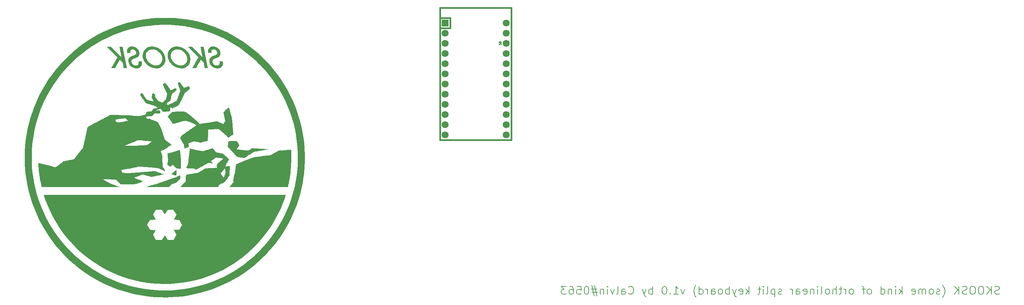
<source format=gbr>
%TF.GenerationSoftware,KiCad,Pcbnew,(6.0.7)*%
%TF.CreationDate,2022-10-09T17:02:24+02:00*%
%TF.ProjectId,skoosk,736b6f6f-736b-42e6-9b69-6361645f7063,rev?*%
%TF.SameCoordinates,Original*%
%TF.FileFunction,Legend,Bot*%
%TF.FilePolarity,Positive*%
%FSLAX46Y46*%
G04 Gerber Fmt 4.6, Leading zero omitted, Abs format (unit mm)*
G04 Created by KiCad (PCBNEW (6.0.7)) date 2022-10-09 17:02:24*
%MOMM*%
%LPD*%
G01*
G04 APERTURE LIST*
%ADD10C,0.150000*%
%ADD11C,0.381000*%
%ADD12R,1.752600X1.752600*%
%ADD13C,1.752600*%
G04 APERTURE END LIST*
D10*
X269630047Y-82851523D02*
X269344333Y-82946761D01*
X268868142Y-82946761D01*
X268677666Y-82851523D01*
X268582428Y-82756285D01*
X268487190Y-82565809D01*
X268487190Y-82375333D01*
X268582428Y-82184857D01*
X268677666Y-82089619D01*
X268868142Y-81994380D01*
X269249095Y-81899142D01*
X269439571Y-81803904D01*
X269534809Y-81708666D01*
X269630047Y-81518190D01*
X269630047Y-81327714D01*
X269534809Y-81137238D01*
X269439571Y-81042000D01*
X269249095Y-80946761D01*
X268772904Y-80946761D01*
X268487190Y-81042000D01*
X267630047Y-82946761D02*
X267630047Y-80946761D01*
X266487190Y-82946761D02*
X267344333Y-81803904D01*
X266487190Y-80946761D02*
X267630047Y-82089619D01*
X265249095Y-80946761D02*
X264868142Y-80946761D01*
X264677666Y-81042000D01*
X264487190Y-81232476D01*
X264391952Y-81613428D01*
X264391952Y-82280095D01*
X264487190Y-82661047D01*
X264677666Y-82851523D01*
X264868142Y-82946761D01*
X265249095Y-82946761D01*
X265439571Y-82851523D01*
X265630047Y-82661047D01*
X265725285Y-82280095D01*
X265725285Y-81613428D01*
X265630047Y-81232476D01*
X265439571Y-81042000D01*
X265249095Y-80946761D01*
X263153857Y-80946761D02*
X262772904Y-80946761D01*
X262582428Y-81042000D01*
X262391952Y-81232476D01*
X262296714Y-81613428D01*
X262296714Y-82280095D01*
X262391952Y-82661047D01*
X262582428Y-82851523D01*
X262772904Y-82946761D01*
X263153857Y-82946761D01*
X263344333Y-82851523D01*
X263534809Y-82661047D01*
X263630047Y-82280095D01*
X263630047Y-81613428D01*
X263534809Y-81232476D01*
X263344333Y-81042000D01*
X263153857Y-80946761D01*
X261534809Y-82851523D02*
X261249095Y-82946761D01*
X260772904Y-82946761D01*
X260582428Y-82851523D01*
X260487190Y-82756285D01*
X260391952Y-82565809D01*
X260391952Y-82375333D01*
X260487190Y-82184857D01*
X260582428Y-82089619D01*
X260772904Y-81994380D01*
X261153857Y-81899142D01*
X261344333Y-81803904D01*
X261439571Y-81708666D01*
X261534809Y-81518190D01*
X261534809Y-81327714D01*
X261439571Y-81137238D01*
X261344333Y-81042000D01*
X261153857Y-80946761D01*
X260677666Y-80946761D01*
X260391952Y-81042000D01*
X259534809Y-82946761D02*
X259534809Y-80946761D01*
X258391952Y-82946761D02*
X259249095Y-81803904D01*
X258391952Y-80946761D02*
X259534809Y-82089619D01*
X255439571Y-83708666D02*
X255534809Y-83613428D01*
X255725285Y-83327714D01*
X255820523Y-83137238D01*
X255915761Y-82851523D01*
X256010999Y-82375333D01*
X256010999Y-81994380D01*
X255915761Y-81518190D01*
X255820523Y-81232476D01*
X255725285Y-81042000D01*
X255534809Y-80756285D01*
X255439571Y-80661047D01*
X254772904Y-82851523D02*
X254582428Y-82946761D01*
X254201476Y-82946761D01*
X254010999Y-82851523D01*
X253915761Y-82661047D01*
X253915761Y-82565809D01*
X254010999Y-82375333D01*
X254201476Y-82280095D01*
X254487190Y-82280095D01*
X254677666Y-82184857D01*
X254772904Y-81994380D01*
X254772904Y-81899142D01*
X254677666Y-81708666D01*
X254487190Y-81613428D01*
X254201476Y-81613428D01*
X254010999Y-81708666D01*
X252772904Y-82946761D02*
X252963380Y-82851523D01*
X253058619Y-82756285D01*
X253153857Y-82565809D01*
X253153857Y-81994380D01*
X253058619Y-81803904D01*
X252963380Y-81708666D01*
X252772904Y-81613428D01*
X252487190Y-81613428D01*
X252296714Y-81708666D01*
X252201476Y-81803904D01*
X252106238Y-81994380D01*
X252106238Y-82565809D01*
X252201476Y-82756285D01*
X252296714Y-82851523D01*
X252487190Y-82946761D01*
X252772904Y-82946761D01*
X251249095Y-82946761D02*
X251249095Y-81613428D01*
X251249095Y-81803904D02*
X251153857Y-81708666D01*
X250963380Y-81613428D01*
X250677666Y-81613428D01*
X250487190Y-81708666D01*
X250391952Y-81899142D01*
X250391952Y-82946761D01*
X250391952Y-81899142D02*
X250296714Y-81708666D01*
X250106238Y-81613428D01*
X249820523Y-81613428D01*
X249630047Y-81708666D01*
X249534809Y-81899142D01*
X249534809Y-82946761D01*
X247820523Y-82851523D02*
X248011000Y-82946761D01*
X248391952Y-82946761D01*
X248582428Y-82851523D01*
X248677666Y-82661047D01*
X248677666Y-81899142D01*
X248582428Y-81708666D01*
X248391952Y-81613428D01*
X248011000Y-81613428D01*
X247820523Y-81708666D01*
X247725285Y-81899142D01*
X247725285Y-82089619D01*
X248677666Y-82280095D01*
X245344333Y-82946761D02*
X245344333Y-80946761D01*
X245153857Y-82184857D02*
X244582428Y-82946761D01*
X244582428Y-81613428D02*
X245344333Y-82375333D01*
X243725285Y-82946761D02*
X243725285Y-81613428D01*
X243725285Y-80946761D02*
X243820523Y-81042000D01*
X243725285Y-81137238D01*
X243630047Y-81042000D01*
X243725285Y-80946761D01*
X243725285Y-81137238D01*
X242772904Y-81613428D02*
X242772904Y-82946761D01*
X242772904Y-81803904D02*
X242677666Y-81708666D01*
X242487190Y-81613428D01*
X242201476Y-81613428D01*
X242011000Y-81708666D01*
X241915761Y-81899142D01*
X241915761Y-82946761D01*
X240106238Y-82946761D02*
X240106238Y-80946761D01*
X240106238Y-82851523D02*
X240296714Y-82946761D01*
X240677666Y-82946761D01*
X240868142Y-82851523D01*
X240963380Y-82756285D01*
X241058619Y-82565809D01*
X241058619Y-81994380D01*
X240963380Y-81803904D01*
X240868142Y-81708666D01*
X240677666Y-81613428D01*
X240296714Y-81613428D01*
X240106238Y-81708666D01*
X237344333Y-82946761D02*
X237534809Y-82851523D01*
X237630047Y-82756285D01*
X237725285Y-82565809D01*
X237725285Y-81994380D01*
X237630047Y-81803904D01*
X237534809Y-81708666D01*
X237344333Y-81613428D01*
X237058619Y-81613428D01*
X236868142Y-81708666D01*
X236772904Y-81803904D01*
X236677666Y-81994380D01*
X236677666Y-82565809D01*
X236772904Y-82756285D01*
X236868142Y-82851523D01*
X237058619Y-82946761D01*
X237344333Y-82946761D01*
X236106238Y-81613428D02*
X235344333Y-81613428D01*
X235820523Y-82946761D02*
X235820523Y-81232476D01*
X235725285Y-81042000D01*
X235534809Y-80946761D01*
X235344333Y-80946761D01*
X232868142Y-82946761D02*
X233058619Y-82851523D01*
X233153857Y-82756285D01*
X233249095Y-82565809D01*
X233249095Y-81994380D01*
X233153857Y-81803904D01*
X233058619Y-81708666D01*
X232868142Y-81613428D01*
X232582428Y-81613428D01*
X232391952Y-81708666D01*
X232296714Y-81803904D01*
X232201476Y-81994380D01*
X232201476Y-82565809D01*
X232296714Y-82756285D01*
X232391952Y-82851523D01*
X232582428Y-82946761D01*
X232868142Y-82946761D01*
X231344333Y-82946761D02*
X231344333Y-81613428D01*
X231344333Y-81994380D02*
X231249095Y-81803904D01*
X231153857Y-81708666D01*
X230963380Y-81613428D01*
X230772904Y-81613428D01*
X230391952Y-81613428D02*
X229630047Y-81613428D01*
X230106238Y-80946761D02*
X230106238Y-82661047D01*
X230011000Y-82851523D01*
X229820523Y-82946761D01*
X229630047Y-82946761D01*
X228963380Y-82946761D02*
X228963380Y-80946761D01*
X228106238Y-82946761D02*
X228106238Y-81899142D01*
X228201476Y-81708666D01*
X228391952Y-81613428D01*
X228677666Y-81613428D01*
X228868142Y-81708666D01*
X228963380Y-81803904D01*
X226868142Y-82946761D02*
X227058619Y-82851523D01*
X227153857Y-82756285D01*
X227249095Y-82565809D01*
X227249095Y-81994380D01*
X227153857Y-81803904D01*
X227058619Y-81708666D01*
X226868142Y-81613428D01*
X226582428Y-81613428D01*
X226391952Y-81708666D01*
X226296714Y-81803904D01*
X226201476Y-81994380D01*
X226201476Y-82565809D01*
X226296714Y-82756285D01*
X226391952Y-82851523D01*
X226582428Y-82946761D01*
X226868142Y-82946761D01*
X225058619Y-82946761D02*
X225249095Y-82851523D01*
X225344333Y-82661047D01*
X225344333Y-80946761D01*
X224296714Y-82946761D02*
X224296714Y-81613428D01*
X224296714Y-80946761D02*
X224391952Y-81042000D01*
X224296714Y-81137238D01*
X224201476Y-81042000D01*
X224296714Y-80946761D01*
X224296714Y-81137238D01*
X223344333Y-81613428D02*
X223344333Y-82946761D01*
X223344333Y-81803904D02*
X223249095Y-81708666D01*
X223058619Y-81613428D01*
X222772904Y-81613428D01*
X222582428Y-81708666D01*
X222487190Y-81899142D01*
X222487190Y-82946761D01*
X220772904Y-82851523D02*
X220963380Y-82946761D01*
X221344333Y-82946761D01*
X221534809Y-82851523D01*
X221630047Y-82661047D01*
X221630047Y-81899142D01*
X221534809Y-81708666D01*
X221344333Y-81613428D01*
X220963380Y-81613428D01*
X220772904Y-81708666D01*
X220677666Y-81899142D01*
X220677666Y-82089619D01*
X221630047Y-82280095D01*
X218963380Y-82946761D02*
X218963380Y-81899142D01*
X219058619Y-81708666D01*
X219249095Y-81613428D01*
X219630047Y-81613428D01*
X219820523Y-81708666D01*
X218963380Y-82851523D02*
X219153857Y-82946761D01*
X219630047Y-82946761D01*
X219820523Y-82851523D01*
X219915761Y-82661047D01*
X219915761Y-82470571D01*
X219820523Y-82280095D01*
X219630047Y-82184857D01*
X219153857Y-82184857D01*
X218963380Y-82089619D01*
X218011000Y-82946761D02*
X218011000Y-81613428D01*
X218011000Y-81994380D02*
X217915761Y-81803904D01*
X217820523Y-81708666D01*
X217630047Y-81613428D01*
X217439571Y-81613428D01*
X215344333Y-82851523D02*
X215153857Y-82946761D01*
X214772904Y-82946761D01*
X214582428Y-82851523D01*
X214487190Y-82661047D01*
X214487190Y-82565809D01*
X214582428Y-82375333D01*
X214772904Y-82280095D01*
X215058619Y-82280095D01*
X215249095Y-82184857D01*
X215344333Y-81994380D01*
X215344333Y-81899142D01*
X215249095Y-81708666D01*
X215058619Y-81613428D01*
X214772904Y-81613428D01*
X214582428Y-81708666D01*
X213630047Y-81613428D02*
X213630047Y-83613428D01*
X213630047Y-81708666D02*
X213439571Y-81613428D01*
X213058619Y-81613428D01*
X212868142Y-81708666D01*
X212772904Y-81803904D01*
X212677666Y-81994380D01*
X212677666Y-82565809D01*
X212772904Y-82756285D01*
X212868142Y-82851523D01*
X213058619Y-82946761D01*
X213439571Y-82946761D01*
X213630047Y-82851523D01*
X211534809Y-82946761D02*
X211725285Y-82851523D01*
X211820523Y-82661047D01*
X211820523Y-80946761D01*
X210772904Y-82946761D02*
X210772904Y-81613428D01*
X210772904Y-80946761D02*
X210868142Y-81042000D01*
X210772904Y-81137238D01*
X210677666Y-81042000D01*
X210772904Y-80946761D01*
X210772904Y-81137238D01*
X210106238Y-81613428D02*
X209344333Y-81613428D01*
X209820523Y-80946761D02*
X209820523Y-82661047D01*
X209725285Y-82851523D01*
X209534809Y-82946761D01*
X209344333Y-82946761D01*
X207153857Y-82946761D02*
X207153857Y-80946761D01*
X206963380Y-82184857D02*
X206391952Y-82946761D01*
X206391952Y-81613428D02*
X207153857Y-82375333D01*
X204772904Y-82851523D02*
X204963380Y-82946761D01*
X205344333Y-82946761D01*
X205534809Y-82851523D01*
X205630047Y-82661047D01*
X205630047Y-81899142D01*
X205534809Y-81708666D01*
X205344333Y-81613428D01*
X204963380Y-81613428D01*
X204772904Y-81708666D01*
X204677666Y-81899142D01*
X204677666Y-82089619D01*
X205630047Y-82280095D01*
X204011000Y-81613428D02*
X203534809Y-82946761D01*
X203058619Y-81613428D02*
X203534809Y-82946761D01*
X203725285Y-83422952D01*
X203820523Y-83518190D01*
X204011000Y-83613428D01*
X202296714Y-82946761D02*
X202296714Y-80946761D01*
X202296714Y-81708666D02*
X202106238Y-81613428D01*
X201725285Y-81613428D01*
X201534809Y-81708666D01*
X201439571Y-81803904D01*
X201344333Y-81994380D01*
X201344333Y-82565809D01*
X201439571Y-82756285D01*
X201534809Y-82851523D01*
X201725285Y-82946761D01*
X202106238Y-82946761D01*
X202296714Y-82851523D01*
X200201476Y-82946761D02*
X200391952Y-82851523D01*
X200487190Y-82756285D01*
X200582428Y-82565809D01*
X200582428Y-81994380D01*
X200487190Y-81803904D01*
X200391952Y-81708666D01*
X200201476Y-81613428D01*
X199915761Y-81613428D01*
X199725285Y-81708666D01*
X199630047Y-81803904D01*
X199534809Y-81994380D01*
X199534809Y-82565809D01*
X199630047Y-82756285D01*
X199725285Y-82851523D01*
X199915761Y-82946761D01*
X200201476Y-82946761D01*
X197820523Y-82946761D02*
X197820523Y-81899142D01*
X197915761Y-81708666D01*
X198106238Y-81613428D01*
X198487190Y-81613428D01*
X198677666Y-81708666D01*
X197820523Y-82851523D02*
X198011000Y-82946761D01*
X198487190Y-82946761D01*
X198677666Y-82851523D01*
X198772904Y-82661047D01*
X198772904Y-82470571D01*
X198677666Y-82280095D01*
X198487190Y-82184857D01*
X198011000Y-82184857D01*
X197820523Y-82089619D01*
X196868142Y-82946761D02*
X196868142Y-81613428D01*
X196868142Y-81994380D02*
X196772904Y-81803904D01*
X196677666Y-81708666D01*
X196487190Y-81613428D01*
X196296714Y-81613428D01*
X194772904Y-82946761D02*
X194772904Y-80946761D01*
X194772904Y-82851523D02*
X194963380Y-82946761D01*
X195344333Y-82946761D01*
X195534809Y-82851523D01*
X195630047Y-82756285D01*
X195725285Y-82565809D01*
X195725285Y-81994380D01*
X195630047Y-81803904D01*
X195534809Y-81708666D01*
X195344333Y-81613428D01*
X194963380Y-81613428D01*
X194772904Y-81708666D01*
X194011000Y-83708666D02*
X193915761Y-83613428D01*
X193725285Y-83327714D01*
X193630047Y-83137238D01*
X193534809Y-82851523D01*
X193439571Y-82375333D01*
X193439571Y-81994380D01*
X193534809Y-81518190D01*
X193630047Y-81232476D01*
X193725285Y-81042000D01*
X193915761Y-80756285D01*
X194011000Y-80661047D01*
X191153857Y-81613428D02*
X190677666Y-82946761D01*
X190201476Y-81613428D01*
X188391952Y-82946761D02*
X189534809Y-82946761D01*
X188963380Y-82946761D02*
X188963380Y-80946761D01*
X189153857Y-81232476D01*
X189344333Y-81422952D01*
X189534809Y-81518190D01*
X187534809Y-82756285D02*
X187439571Y-82851523D01*
X187534809Y-82946761D01*
X187630047Y-82851523D01*
X187534809Y-82756285D01*
X187534809Y-82946761D01*
X186201476Y-80946761D02*
X186011000Y-80946761D01*
X185820523Y-81042000D01*
X185725285Y-81137238D01*
X185630047Y-81327714D01*
X185534809Y-81708666D01*
X185534809Y-82184857D01*
X185630047Y-82565809D01*
X185725285Y-82756285D01*
X185820523Y-82851523D01*
X186011000Y-82946761D01*
X186201476Y-82946761D01*
X186391952Y-82851523D01*
X186487190Y-82756285D01*
X186582428Y-82565809D01*
X186677666Y-82184857D01*
X186677666Y-81708666D01*
X186582428Y-81327714D01*
X186487190Y-81137238D01*
X186391952Y-81042000D01*
X186201476Y-80946761D01*
X183153857Y-82946761D02*
X183153857Y-80946761D01*
X183153857Y-81708666D02*
X182963380Y-81613428D01*
X182582428Y-81613428D01*
X182391952Y-81708666D01*
X182296714Y-81803904D01*
X182201476Y-81994380D01*
X182201476Y-82565809D01*
X182296714Y-82756285D01*
X182391952Y-82851523D01*
X182582428Y-82946761D01*
X182963380Y-82946761D01*
X183153857Y-82851523D01*
X181534809Y-81613428D02*
X181058619Y-82946761D01*
X180582428Y-81613428D02*
X181058619Y-82946761D01*
X181249095Y-83422952D01*
X181344333Y-83518190D01*
X181534809Y-83613428D01*
X177153857Y-82756285D02*
X177249095Y-82851523D01*
X177534809Y-82946761D01*
X177725285Y-82946761D01*
X178011000Y-82851523D01*
X178201476Y-82661047D01*
X178296714Y-82470571D01*
X178391952Y-82089619D01*
X178391952Y-81803904D01*
X178296714Y-81422952D01*
X178201476Y-81232476D01*
X178011000Y-81042000D01*
X177725285Y-80946761D01*
X177534809Y-80946761D01*
X177249095Y-81042000D01*
X177153857Y-81137238D01*
X175439571Y-82946761D02*
X175439571Y-81899142D01*
X175534809Y-81708666D01*
X175725285Y-81613428D01*
X176106238Y-81613428D01*
X176296714Y-81708666D01*
X175439571Y-82851523D02*
X175630047Y-82946761D01*
X176106238Y-82946761D01*
X176296714Y-82851523D01*
X176391952Y-82661047D01*
X176391952Y-82470571D01*
X176296714Y-82280095D01*
X176106238Y-82184857D01*
X175630047Y-82184857D01*
X175439571Y-82089619D01*
X174201476Y-82946761D02*
X174391952Y-82851523D01*
X174487190Y-82661047D01*
X174487190Y-80946761D01*
X173630047Y-81613428D02*
X173153857Y-82946761D01*
X172677666Y-81613428D01*
X171915761Y-82946761D02*
X171915761Y-81613428D01*
X171915761Y-80946761D02*
X172011000Y-81042000D01*
X171915761Y-81137238D01*
X171820523Y-81042000D01*
X171915761Y-80946761D01*
X171915761Y-81137238D01*
X170963380Y-81613428D02*
X170963380Y-82946761D01*
X170963380Y-81803904D02*
X170868142Y-81708666D01*
X170677666Y-81613428D01*
X170391952Y-81613428D01*
X170201476Y-81708666D01*
X170106238Y-81899142D01*
X170106238Y-82946761D01*
X169249095Y-81613428D02*
X167820523Y-81613428D01*
X168677666Y-80756285D02*
X169249095Y-83327714D01*
X168011000Y-82470571D02*
X169439571Y-82470571D01*
X168582428Y-83327714D02*
X168011000Y-80756285D01*
X166772904Y-80946761D02*
X166582428Y-80946761D01*
X166391952Y-81042000D01*
X166296714Y-81137238D01*
X166201476Y-81327714D01*
X166106238Y-81708666D01*
X166106238Y-82184857D01*
X166201476Y-82565809D01*
X166296714Y-82756285D01*
X166391952Y-82851523D01*
X166582428Y-82946761D01*
X166772904Y-82946761D01*
X166963380Y-82851523D01*
X167058619Y-82756285D01*
X167153857Y-82565809D01*
X167249095Y-82184857D01*
X167249095Y-81708666D01*
X167153857Y-81327714D01*
X167058619Y-81137238D01*
X166963380Y-81042000D01*
X166772904Y-80946761D01*
X164296714Y-80946761D02*
X165249095Y-80946761D01*
X165344333Y-81899142D01*
X165249095Y-81803904D01*
X165058619Y-81708666D01*
X164582428Y-81708666D01*
X164391952Y-81803904D01*
X164296714Y-81899142D01*
X164201476Y-82089619D01*
X164201476Y-82565809D01*
X164296714Y-82756285D01*
X164391952Y-82851523D01*
X164582428Y-82946761D01*
X165058619Y-82946761D01*
X165249095Y-82851523D01*
X165344333Y-82756285D01*
X162487190Y-80946761D02*
X162868142Y-80946761D01*
X163058619Y-81042000D01*
X163153857Y-81137238D01*
X163344333Y-81422952D01*
X163439571Y-81803904D01*
X163439571Y-82565809D01*
X163344333Y-82756285D01*
X163249095Y-82851523D01*
X163058619Y-82946761D01*
X162677666Y-82946761D01*
X162487190Y-82851523D01*
X162391952Y-82756285D01*
X162296714Y-82565809D01*
X162296714Y-82089619D01*
X162391952Y-81899142D01*
X162487190Y-81803904D01*
X162677666Y-81708666D01*
X163058619Y-81708666D01*
X163249095Y-81803904D01*
X163344333Y-81899142D01*
X163439571Y-82089619D01*
X161630047Y-80946761D02*
X160391952Y-80946761D01*
X161058619Y-81708666D01*
X160772904Y-81708666D01*
X160582428Y-81803904D01*
X160487190Y-81899142D01*
X160391952Y-82089619D01*
X160391952Y-82565809D01*
X160487190Y-82756285D01*
X160582428Y-82851523D01*
X160772904Y-82946761D01*
X161344333Y-82946761D01*
X161534809Y-82851523D01*
X161630047Y-82756285D01*
D11*
%TO.C,U1*%
X130175000Y-11384700D02*
X130175000Y-44404700D01*
X147955000Y-11384700D02*
X130175000Y-11384700D01*
X130175000Y-44404700D02*
X147955000Y-44404700D01*
X132715000Y-13924700D02*
X130175000Y-13924700D01*
X132715000Y-13924700D02*
X132715000Y-16464700D01*
X147955000Y-44404700D02*
X147955000Y-11384700D01*
X132715000Y-16464700D02*
X130175000Y-16464700D01*
G36*
X145009635Y-20613730D02*
G01*
X144909635Y-20613730D01*
X144909635Y-20413730D01*
X145009635Y-20413730D01*
X145009635Y-20613730D01*
G37*
D10*
X145009635Y-20613730D02*
X144909635Y-20613730D01*
X144909635Y-20413730D01*
X145009635Y-20413730D01*
X145009635Y-20613730D01*
G36*
X145409635Y-20613730D02*
G01*
X145309635Y-20613730D01*
X145309635Y-19813730D01*
X145409635Y-19813730D01*
X145409635Y-20613730D01*
G37*
X145409635Y-20613730D02*
X145309635Y-20613730D01*
X145309635Y-19813730D01*
X145409635Y-19813730D01*
X145409635Y-20613730D01*
G36*
X145009635Y-20113730D02*
G01*
X144909635Y-20113730D01*
X144909635Y-19813730D01*
X145009635Y-19813730D01*
X145009635Y-20113730D01*
G37*
X145009635Y-20113730D02*
X144909635Y-20113730D01*
X144909635Y-19813730D01*
X145009635Y-19813730D01*
X145009635Y-20113730D01*
G36*
X145409635Y-19913730D02*
G01*
X144909635Y-19913730D01*
X144909635Y-19813730D01*
X145409635Y-19813730D01*
X145409635Y-19913730D01*
G37*
X145409635Y-19913730D02*
X144909635Y-19913730D01*
X144909635Y-19813730D01*
X145409635Y-19813730D01*
X145409635Y-19913730D01*
G36*
X145209635Y-20313730D02*
G01*
X145109635Y-20313730D01*
X145109635Y-20213730D01*
X145209635Y-20213730D01*
X145209635Y-20313730D01*
G37*
X145209635Y-20313730D02*
X145109635Y-20313730D01*
X145109635Y-20213730D01*
X145209635Y-20213730D01*
X145209635Y-20313730D01*
%TO.C,Gback*%
G36*
X78383914Y-40521056D02*
G01*
X78387345Y-40560940D01*
X78389795Y-40589428D01*
X78392736Y-40623613D01*
X78395677Y-40657799D01*
X78399108Y-40697682D01*
X78412340Y-40851518D01*
X78433500Y-41098460D01*
X78463199Y-41448421D01*
X78490734Y-41776799D01*
X78515564Y-42076946D01*
X78537150Y-42342216D01*
X78554954Y-42565961D01*
X78568437Y-42741534D01*
X78577057Y-42862288D01*
X78580278Y-42921577D01*
X78582069Y-43060141D01*
X78300036Y-43174293D01*
X78096422Y-43270818D01*
X77874714Y-43414808D01*
X77698078Y-43576996D01*
X77578163Y-43748123D01*
X77499704Y-43902503D01*
X77263161Y-43698580D01*
X77244710Y-43682588D01*
X77146556Y-43596217D01*
X77008912Y-43473767D01*
X76840518Y-43323073D01*
X76650117Y-43151971D01*
X76446450Y-42968296D01*
X76238258Y-42779885D01*
X76179752Y-42726862D01*
X75973254Y-42540059D01*
X75774634Y-42360877D01*
X75592434Y-42196991D01*
X75435197Y-42056075D01*
X75311465Y-41945803D01*
X75229779Y-41873851D01*
X75009659Y-41682590D01*
X73796066Y-41728529D01*
X73551971Y-41738194D01*
X73279517Y-41750017D01*
X73031813Y-41761865D01*
X72817574Y-41773269D01*
X72645519Y-41783762D01*
X72524363Y-41792875D01*
X72462822Y-41800140D01*
X72431378Y-41807402D01*
X72370655Y-41833082D01*
X72339345Y-41883212D01*
X72320067Y-41979647D01*
X72313394Y-42048377D01*
X72306125Y-42179714D01*
X72299860Y-42352670D01*
X72295107Y-42552865D01*
X72292371Y-42765919D01*
X72291237Y-42883302D01*
X72287151Y-43135980D01*
X72281043Y-43394864D01*
X72273308Y-43650634D01*
X72264339Y-43893968D01*
X72254533Y-44115545D01*
X72244283Y-44306044D01*
X72233983Y-44456145D01*
X72224030Y-44556525D01*
X72214816Y-44597865D01*
X72203542Y-44603595D01*
X72137866Y-44623954D01*
X72028994Y-44651745D01*
X71893174Y-44682683D01*
X71822510Y-44698336D01*
X71654803Y-44737029D01*
X71451208Y-44785367D01*
X71231226Y-44838699D01*
X71014356Y-44892371D01*
X70437626Y-45036797D01*
X69988784Y-44958152D01*
X69819521Y-44928493D01*
X69577591Y-44886099D01*
X69336551Y-44843858D01*
X69129630Y-44807594D01*
X68719318Y-44735680D01*
X68206615Y-44935633D01*
X68109568Y-44973564D01*
X67927282Y-45045242D01*
X67764236Y-45109887D01*
X67635266Y-45161603D01*
X67555206Y-45194495D01*
X67416500Y-45253405D01*
X67465681Y-45703068D01*
X67469691Y-45740243D01*
X67485871Y-45903273D01*
X67496959Y-46037539D01*
X67501990Y-46129994D01*
X67500002Y-46167592D01*
X67480393Y-46175599D01*
X67404121Y-46199938D01*
X67281123Y-46236538D01*
X67122662Y-46282068D01*
X66939998Y-46333198D01*
X66394855Y-46483944D01*
X66371314Y-46353164D01*
X66367262Y-46329256D01*
X66350995Y-46218082D01*
X66331997Y-46072019D01*
X66313591Y-45916211D01*
X66279407Y-45610037D01*
X65818991Y-44857401D01*
X65711402Y-44680614D01*
X65594927Y-44487004D01*
X65494154Y-44317082D01*
X65414142Y-44179468D01*
X65359949Y-44082779D01*
X65336635Y-44035636D01*
X65335364Y-44030706D01*
X65341633Y-43976513D01*
X65378922Y-43889020D01*
X65450725Y-43761216D01*
X65560533Y-43586088D01*
X65806372Y-43205669D01*
X66443773Y-42751395D01*
X66540485Y-42682765D01*
X66753071Y-42533210D01*
X67002812Y-42358799D01*
X67277169Y-42168235D01*
X67563601Y-41970216D01*
X67849570Y-41773444D01*
X68122537Y-41586617D01*
X68250381Y-41499339D01*
X68524985Y-41311338D01*
X68749520Y-41156580D01*
X68928729Y-41031599D01*
X69067354Y-40932926D01*
X69170139Y-40857095D01*
X69241827Y-40800637D01*
X69287160Y-40760086D01*
X69310882Y-40731973D01*
X69317735Y-40712832D01*
X69313335Y-40703268D01*
X69307156Y-40697682D01*
X69351921Y-40697682D01*
X69369013Y-40714775D01*
X69386106Y-40697682D01*
X69369013Y-40680590D01*
X69351921Y-40697682D01*
X69307156Y-40697682D01*
X69274417Y-40668082D01*
X69426339Y-40668082D01*
X69454478Y-40680590D01*
X69472576Y-40678122D01*
X69477268Y-40657799D01*
X69472258Y-40653708D01*
X69431687Y-40657799D01*
X69426339Y-40668082D01*
X69274417Y-40668082D01*
X69265482Y-40660004D01*
X69228496Y-40633896D01*
X69528896Y-40633896D01*
X69557035Y-40646404D01*
X69575133Y-40643937D01*
X69579825Y-40623613D01*
X69574815Y-40619522D01*
X69534244Y-40623613D01*
X69528896Y-40633896D01*
X69228496Y-40633896D01*
X69180066Y-40599710D01*
X69631453Y-40599710D01*
X69659592Y-40612218D01*
X69677690Y-40609751D01*
X69682383Y-40589428D01*
X69677372Y-40585336D01*
X69636802Y-40589428D01*
X69631453Y-40599710D01*
X69180066Y-40599710D01*
X69175759Y-40596670D01*
X69119524Y-40560940D01*
X69727964Y-40560940D01*
X69745056Y-40578032D01*
X69762149Y-40560940D01*
X69745056Y-40543847D01*
X69727964Y-40560940D01*
X69119524Y-40560940D01*
X69072936Y-40531339D01*
X69802382Y-40531339D01*
X69830521Y-40543847D01*
X69848619Y-40541380D01*
X69853311Y-40521056D01*
X69848301Y-40516965D01*
X69807730Y-40521056D01*
X69802382Y-40531339D01*
X69072936Y-40531339D01*
X69057669Y-40521639D01*
X69016121Y-40497153D01*
X69904939Y-40497153D01*
X69933078Y-40509661D01*
X69951176Y-40507194D01*
X69955869Y-40486870D01*
X69950858Y-40482779D01*
X69910288Y-40486870D01*
X69904939Y-40497153D01*
X69016121Y-40497153D01*
X68958113Y-40462967D01*
X70007496Y-40462967D01*
X70035635Y-40475475D01*
X70053733Y-40473008D01*
X70058426Y-40452685D01*
X70053415Y-40448593D01*
X70012845Y-40452685D01*
X70007496Y-40462967D01*
X68958113Y-40462967D01*
X68924713Y-40443283D01*
X68889743Y-40424197D01*
X70104007Y-40424197D01*
X70121100Y-40441289D01*
X70138192Y-40424197D01*
X70121100Y-40407104D01*
X70104007Y-40424197D01*
X68889743Y-40424197D01*
X68790391Y-40369972D01*
X68668206Y-40310079D01*
X68645011Y-40299777D01*
X68516851Y-40245817D01*
X68348384Y-40178036D01*
X68158827Y-40104071D01*
X67967398Y-40031561D01*
X67920809Y-40014153D01*
X67728117Y-39941013D01*
X67542052Y-39868778D01*
X67381810Y-39804967D01*
X67266591Y-39757097D01*
X67145045Y-39710564D01*
X66959099Y-39664183D01*
X66736712Y-39637675D01*
X66678523Y-39633532D01*
X66569196Y-39628583D01*
X66470586Y-39630883D01*
X66367336Y-39642510D01*
X66244093Y-39665541D01*
X66085503Y-39702056D01*
X65876209Y-39754131D01*
X65792456Y-39775519D01*
X65571361Y-39833381D01*
X65310958Y-39902976D01*
X65029316Y-39979415D01*
X64744505Y-40057811D01*
X64474594Y-40133275D01*
X64275645Y-40188853D01*
X64057633Y-40248378D01*
X63866596Y-40299057D01*
X63712215Y-40338374D01*
X63604174Y-40363815D01*
X63552156Y-40372864D01*
X63501232Y-40355975D01*
X63441284Y-40293674D01*
X63367635Y-40176350D01*
X63285221Y-40037091D01*
X63159072Y-39837238D01*
X63012599Y-39615183D01*
X62857428Y-39388185D01*
X62705183Y-39173502D01*
X62567491Y-38988396D01*
X62515463Y-38920429D01*
X62417431Y-38790844D01*
X62333424Y-38677948D01*
X62277394Y-38600398D01*
X62197593Y-38485887D01*
X63317361Y-37364573D01*
X63505772Y-37364567D01*
X63596964Y-37361905D01*
X63743512Y-37354261D01*
X63929382Y-37342554D01*
X64140003Y-37327702D01*
X64360803Y-37310624D01*
X64507154Y-37299732D01*
X64797298Y-37282087D01*
X65105193Y-37267435D01*
X65402245Y-37257060D01*
X65659861Y-37252247D01*
X66292297Y-37247804D01*
X66852127Y-37571128D01*
X67103412Y-37722458D01*
X67362537Y-37889932D01*
X67603194Y-38056396D01*
X67803852Y-38207453D01*
X67818141Y-38218893D01*
X67983693Y-38354416D01*
X68172940Y-38513931D01*
X68380083Y-38692152D01*
X68599322Y-38883790D01*
X68824859Y-39083558D01*
X69050893Y-39286169D01*
X69271625Y-39486336D01*
X69481257Y-39678770D01*
X69673987Y-39858184D01*
X69844018Y-40019291D01*
X69985549Y-40156804D01*
X70092782Y-40265434D01*
X70159916Y-40339895D01*
X70181153Y-40374899D01*
X70187989Y-40384305D01*
X70242451Y-40392158D01*
X70334989Y-40387001D01*
X70533200Y-40363176D01*
X71072304Y-40290538D01*
X71675146Y-40199094D01*
X72340364Y-40089057D01*
X73066595Y-39960639D01*
X73119855Y-39950968D01*
X73410715Y-39898685D01*
X73682093Y-39850768D01*
X73926030Y-39808563D01*
X74134568Y-39773414D01*
X74299749Y-39746666D01*
X74413616Y-39729665D01*
X74468210Y-39723755D01*
X74500027Y-39730205D01*
X74592793Y-39762135D01*
X74730721Y-39817117D01*
X74903998Y-39891041D01*
X75102806Y-39979797D01*
X75317331Y-40079276D01*
X76047745Y-40424197D01*
X76069417Y-40434431D01*
X76146685Y-40343849D01*
X76169151Y-40316008D01*
X76236232Y-40226245D01*
X76321577Y-40106602D01*
X76412138Y-39975200D01*
X76600325Y-39697132D01*
X76498052Y-39206021D01*
X76492851Y-39181097D01*
X76443988Y-38950231D01*
X76387326Y-38687047D01*
X76329480Y-38422081D01*
X76277065Y-38185872D01*
X76158350Y-37656834D01*
X76318939Y-37352261D01*
X76414645Y-37184246D01*
X76528638Y-37025210D01*
X76650515Y-36902260D01*
X76654127Y-36899200D01*
X76744039Y-36827577D01*
X76863085Y-36738613D01*
X76999254Y-36640597D01*
X77140532Y-36541817D01*
X77274906Y-36450561D01*
X77390364Y-36375117D01*
X77474892Y-36323772D01*
X77516477Y-36304816D01*
X77516837Y-36304868D01*
X77533953Y-36338747D01*
X77564462Y-36428305D01*
X77605265Y-36563308D01*
X77653264Y-36733520D01*
X77705360Y-36928705D01*
X77751066Y-37103117D01*
X77824848Y-37381000D01*
X77905068Y-37679807D01*
X77984742Y-37973567D01*
X78056889Y-38236310D01*
X78246193Y-38920024D01*
X78378032Y-40452685D01*
X78380973Y-40486870D01*
X78383914Y-40521056D01*
G37*
G36*
X65373663Y-53263672D02*
G01*
X65380112Y-53352004D01*
X65385838Y-53481463D01*
X65390064Y-53637855D01*
X65397705Y-54030119D01*
X65058729Y-54385157D01*
X64997788Y-54447878D01*
X64849454Y-54593289D01*
X64693320Y-54738091D01*
X64538769Y-54874350D01*
X64395181Y-54994136D01*
X64271940Y-55089518D01*
X64178427Y-55152563D01*
X64124024Y-55175341D01*
X64120670Y-55175550D01*
X64064876Y-55185478D01*
X63958689Y-55208084D01*
X63815909Y-55240343D01*
X63650337Y-55279227D01*
X63215581Y-55383113D01*
X62890817Y-55773129D01*
X62566052Y-56163144D01*
X59788462Y-56164935D01*
X59391630Y-56164950D01*
X58926047Y-56164274D01*
X58503272Y-56162856D01*
X58126500Y-56160730D01*
X57798927Y-56157929D01*
X57523747Y-56154490D01*
X57304157Y-56150445D01*
X57143350Y-56145830D01*
X57044523Y-56140679D01*
X57010871Y-56135026D01*
X57042664Y-56102872D01*
X57135832Y-56057018D01*
X57285047Y-55999514D01*
X57484977Y-55932154D01*
X57730292Y-55856734D01*
X58015659Y-55775050D01*
X58335748Y-55688896D01*
X58401901Y-55671315D01*
X58683959Y-55591775D01*
X59021866Y-55490439D01*
X59409296Y-55369309D01*
X59839926Y-55230385D01*
X60307432Y-55075671D01*
X60805487Y-54907168D01*
X61299380Y-54738105D01*
X61832830Y-54554745D01*
X62309726Y-54389825D01*
X62734612Y-54241690D01*
X63112033Y-54108684D01*
X63446534Y-53989151D01*
X63742660Y-53881435D01*
X64004956Y-53783881D01*
X64237967Y-53694832D01*
X64446237Y-53612632D01*
X64634312Y-53535626D01*
X64806737Y-53462158D01*
X64968056Y-53390571D01*
X64980126Y-53385118D01*
X65126698Y-53320629D01*
X65248414Y-53270138D01*
X65332896Y-53238591D01*
X65367763Y-53230931D01*
X65373663Y-53263672D01*
G37*
G36*
X79659732Y-44970803D02*
G01*
X79729688Y-45073540D01*
X79836722Y-45238598D01*
X79932798Y-45395318D01*
X80003252Y-45520245D01*
X80120412Y-45745019D01*
X79911368Y-46041674D01*
X79757218Y-46262786D01*
X79627371Y-46455138D01*
X79538623Y-46594998D01*
X79490493Y-46683125D01*
X79482502Y-46720278D01*
X79485497Y-46721883D01*
X79538023Y-46733602D01*
X79647325Y-46751512D01*
X79804213Y-46774468D01*
X79999495Y-46801326D01*
X80223980Y-46830941D01*
X80468478Y-46862169D01*
X80723797Y-46893866D01*
X80980746Y-46924887D01*
X81230135Y-46954087D01*
X81462771Y-46980322D01*
X81669464Y-47002449D01*
X81841023Y-47019321D01*
X81968257Y-47029796D01*
X82390941Y-47058362D01*
X82648752Y-46867741D01*
X82688397Y-46838527D01*
X82830200Y-46735294D01*
X82967017Y-46637315D01*
X83073972Y-46562449D01*
X83241380Y-46447778D01*
X83996987Y-46506774D01*
X84113660Y-46515520D01*
X84367082Y-46532963D01*
X84665462Y-46551982D01*
X84993829Y-46571690D01*
X85337216Y-46591200D01*
X85680651Y-46609624D01*
X86009166Y-46626074D01*
X86019086Y-46626551D01*
X86304963Y-46640872D01*
X86568851Y-46655174D01*
X86803031Y-46668959D01*
X86999783Y-46681726D01*
X87151389Y-46692976D01*
X87250129Y-46702207D01*
X87288283Y-46708921D01*
X87293287Y-46715153D01*
X87279489Y-46731553D01*
X87277400Y-46731696D01*
X87227064Y-46740195D01*
X87122040Y-46760292D01*
X86973045Y-46789865D01*
X86790792Y-46826790D01*
X86585996Y-46868946D01*
X86554593Y-46875419D01*
X86336474Y-46918952D01*
X86069356Y-46970381D01*
X85768967Y-47026780D01*
X85451032Y-47085223D01*
X85131278Y-47142782D01*
X84825430Y-47196533D01*
X83727021Y-47386816D01*
X83333886Y-47619621D01*
X83240381Y-47676181D01*
X83068612Y-47783330D01*
X82862704Y-47914483D01*
X82635800Y-48061185D01*
X82401041Y-48214980D01*
X82171571Y-48367413D01*
X82062219Y-48440563D01*
X81854637Y-48578626D01*
X81692838Y-48684252D01*
X81569361Y-48761556D01*
X81476744Y-48814659D01*
X81407526Y-48847677D01*
X81354245Y-48864728D01*
X81309439Y-48869932D01*
X81265649Y-48867405D01*
X81076946Y-48846545D01*
X80820789Y-48817368D01*
X80604265Y-48791267D01*
X80409910Y-48766029D01*
X80220266Y-48739441D01*
X80017869Y-48709290D01*
X79972977Y-48702378D01*
X79805703Y-48675196D01*
X79665266Y-48650190D01*
X79565276Y-48629886D01*
X79519347Y-48616809D01*
X79517824Y-48615720D01*
X79481318Y-48579443D01*
X79406601Y-48499368D01*
X79299820Y-48382275D01*
X79167118Y-48234943D01*
X79014643Y-48064154D01*
X78848537Y-47876686D01*
X78728488Y-47741377D01*
X78517439Y-47506044D01*
X78297775Y-47263772D01*
X78082862Y-47029197D01*
X77886064Y-46816955D01*
X77720750Y-46641684D01*
X77226757Y-46124582D01*
X77239437Y-45906691D01*
X77243644Y-45842507D01*
X77255909Y-45690633D01*
X77272228Y-45515907D01*
X77291139Y-45331321D01*
X77311181Y-45149865D01*
X77330892Y-44984534D01*
X77348813Y-44848318D01*
X77363481Y-44754210D01*
X77373436Y-44715202D01*
X77389009Y-44711376D01*
X77463596Y-44704076D01*
X77590103Y-44695947D01*
X77758271Y-44687388D01*
X77957837Y-44678796D01*
X78178542Y-44670572D01*
X78410126Y-44663113D01*
X78642328Y-44656820D01*
X78864888Y-44652092D01*
X79067545Y-44649326D01*
X79433370Y-44646135D01*
X79659732Y-44970803D01*
G37*
G36*
X92908508Y-46840893D02*
G01*
X92961230Y-46850089D01*
X92992059Y-46866576D01*
X93007786Y-46890598D01*
X93015200Y-46922398D01*
X93021093Y-46962218D01*
X93024175Y-46989325D01*
X93030540Y-47087276D01*
X93037470Y-47239267D01*
X93044639Y-47435988D01*
X93051724Y-47668132D01*
X93058399Y-47926389D01*
X93064339Y-48201451D01*
X93064599Y-48214943D01*
X93062525Y-49603772D01*
X93001926Y-50967272D01*
X92881774Y-52317014D01*
X92701041Y-53664568D01*
X92458701Y-55021505D01*
X92421402Y-55206777D01*
X92374741Y-55435863D01*
X92332377Y-55640924D01*
X92296558Y-55811198D01*
X92269528Y-55935926D01*
X92253535Y-56004345D01*
X92219541Y-56132541D01*
X77761611Y-56132541D01*
X77761611Y-56052221D01*
X77762132Y-56043253D01*
X77791612Y-55957726D01*
X77859348Y-55838814D01*
X77955615Y-55698625D01*
X78070686Y-55549271D01*
X78194833Y-55402861D01*
X78318332Y-55271505D01*
X78431454Y-55167314D01*
X78524474Y-55102399D01*
X78597810Y-55061807D01*
X78635837Y-55022132D01*
X78645151Y-54961862D01*
X78636599Y-54857290D01*
X78628846Y-54782712D01*
X78612954Y-54628168D01*
X78601905Y-54500031D01*
X78596925Y-54387976D01*
X78599242Y-54281682D01*
X78610079Y-54170824D01*
X78630665Y-54045079D01*
X78662225Y-53894126D01*
X78705985Y-53707639D01*
X78763171Y-53475297D01*
X78835009Y-53186775D01*
X78862093Y-53077758D01*
X78929503Y-52804386D01*
X78983197Y-52580344D01*
X79025395Y-52393041D01*
X79058317Y-52229891D01*
X79084184Y-52078304D01*
X79105218Y-51925693D01*
X79123638Y-51759469D01*
X79141665Y-51567043D01*
X79161520Y-51335827D01*
X79174677Y-51183273D01*
X79194314Y-50967473D01*
X79212541Y-50780646D01*
X79228347Y-50632588D01*
X79240721Y-50533093D01*
X79248652Y-50491957D01*
X79263011Y-50482792D01*
X79335655Y-50448869D01*
X79465751Y-50392995D01*
X79649314Y-50316764D01*
X79882363Y-50221769D01*
X80160914Y-50109604D01*
X80480984Y-49981863D01*
X80838590Y-49840138D01*
X81229748Y-49686024D01*
X81650476Y-49521114D01*
X82096790Y-49347002D01*
X82564707Y-49165280D01*
X83624464Y-48754612D01*
X84991894Y-48560773D01*
X85300833Y-48517231D01*
X85648662Y-48468727D01*
X85995974Y-48420780D01*
X86329336Y-48375224D01*
X86635317Y-48333895D01*
X86900485Y-48298626D01*
X87111409Y-48271253D01*
X87863495Y-48175573D01*
X88940346Y-47618790D01*
X90017196Y-47062006D01*
X90444518Y-47033205D01*
X90564515Y-47024572D01*
X90761963Y-47009231D01*
X91000846Y-46989806D01*
X91266476Y-46967516D01*
X91544166Y-46943579D01*
X91819228Y-46919212D01*
X92078837Y-46895783D01*
X92342881Y-46872165D01*
X92551080Y-46854625D01*
X92710223Y-46843404D01*
X92827103Y-46838745D01*
X92908508Y-46840893D01*
G37*
G36*
X69574128Y-22391222D02*
G01*
X69701021Y-22518049D01*
X69940290Y-22756633D01*
X70162787Y-22977771D01*
X70364015Y-23177035D01*
X70539477Y-23349997D01*
X70684674Y-23492230D01*
X70795111Y-23599306D01*
X70866289Y-23666799D01*
X70893712Y-23690280D01*
X70894171Y-23689857D01*
X70890946Y-23650498D01*
X70875552Y-23552298D01*
X70849333Y-23402582D01*
X70813635Y-23208677D01*
X70769805Y-22977908D01*
X70719187Y-22717601D01*
X70663127Y-22435081D01*
X70658249Y-22410722D01*
X70601746Y-22127347D01*
X70549860Y-21864937D01*
X70504077Y-21631169D01*
X70465881Y-21433718D01*
X70436759Y-21280260D01*
X70418196Y-21178470D01*
X70411678Y-21136023D01*
X70412048Y-21132547D01*
X70435564Y-21113424D01*
X70501798Y-21100966D01*
X70619268Y-21094203D01*
X70796489Y-21092164D01*
X71181300Y-21092164D01*
X72247720Y-26427222D01*
X71852555Y-26417634D01*
X71457391Y-26408046D01*
X71314927Y-25695155D01*
X71172463Y-24982265D01*
X70852571Y-24661037D01*
X70825890Y-24634323D01*
X70708754Y-24518990D01*
X70610639Y-24425453D01*
X70541156Y-24362722D01*
X70509919Y-24339809D01*
X70492804Y-24361787D01*
X70445214Y-24436985D01*
X70371545Y-24559140D01*
X70275771Y-24721510D01*
X70161863Y-24917351D01*
X70033796Y-25139920D01*
X69895543Y-25382474D01*
X69303927Y-26425139D01*
X68354958Y-26425139D01*
X68422177Y-26314035D01*
X68432312Y-26296913D01*
X68477405Y-26219087D01*
X68550532Y-26091820D01*
X68647755Y-25922006D01*
X68765134Y-25716538D01*
X68898728Y-25482311D01*
X69044598Y-25226217D01*
X69198804Y-24955152D01*
X69908212Y-23707373D01*
X68582316Y-22399769D01*
X67256421Y-21092164D01*
X68275407Y-21092164D01*
X69574128Y-22391222D01*
G37*
G36*
X96410954Y-50106697D02*
G01*
X96393936Y-50618140D01*
X96368393Y-51113627D01*
X96333673Y-51605984D01*
X96289122Y-52108041D01*
X96234087Y-52632627D01*
X96167914Y-53192568D01*
X96125320Y-53523630D01*
X95890162Y-55026463D01*
X95588663Y-56515939D01*
X95221804Y-57989824D01*
X94790567Y-59445881D01*
X94295935Y-60881875D01*
X93738891Y-62295573D01*
X93120417Y-63684738D01*
X92441495Y-65047135D01*
X91703107Y-66380529D01*
X90906236Y-67682686D01*
X90051865Y-68951370D01*
X89140975Y-70184346D01*
X88174549Y-71379378D01*
X87676086Y-71953451D01*
X86971320Y-72720759D01*
X86226881Y-73485352D01*
X85457011Y-74233103D01*
X84675953Y-74949884D01*
X83897950Y-75621567D01*
X83812472Y-75692716D01*
X82605190Y-76650556D01*
X81361711Y-77551355D01*
X80084054Y-78394339D01*
X78774243Y-79178728D01*
X77434300Y-79903748D01*
X76066246Y-80568621D01*
X74672104Y-81172570D01*
X73253896Y-81714819D01*
X71813644Y-82194590D01*
X70353370Y-82611108D01*
X68875096Y-82963594D01*
X67380845Y-83251273D01*
X65872638Y-83473368D01*
X64352497Y-83629101D01*
X62822445Y-83717697D01*
X61770570Y-83740723D01*
X60339438Y-83723390D01*
X58923370Y-83648513D01*
X57508899Y-83515581D01*
X56895665Y-83439991D01*
X55374804Y-83204773D01*
X53870258Y-82903864D01*
X52383999Y-82538115D01*
X50917997Y-82108377D01*
X49474224Y-81615503D01*
X48054650Y-81060343D01*
X46661247Y-80443750D01*
X45295987Y-79766575D01*
X43960839Y-79029670D01*
X42657776Y-78233886D01*
X41388768Y-77380075D01*
X40155787Y-76469089D01*
X38960803Y-75501779D01*
X38734719Y-75308243D01*
X38057757Y-74705328D01*
X37370345Y-74060175D01*
X36686885Y-73387185D01*
X36021777Y-72700757D01*
X35389421Y-72015293D01*
X34804217Y-71345193D01*
X34406677Y-70867076D01*
X33462749Y-69657297D01*
X32575292Y-68410076D01*
X31745180Y-67127437D01*
X30973289Y-65811406D01*
X30260494Y-64464009D01*
X29607669Y-63087271D01*
X29015691Y-61683218D01*
X28485433Y-60253875D01*
X28017773Y-58801268D01*
X27613584Y-57327423D01*
X27273742Y-55834364D01*
X26999122Y-54324117D01*
X26790600Y-52798708D01*
X26698217Y-51882881D01*
X26598173Y-50354208D01*
X26564769Y-48821304D01*
X26565233Y-48799701D01*
X28327426Y-48799701D01*
X28327836Y-48989048D01*
X28347971Y-50097384D01*
X28399474Y-51162151D01*
X28483828Y-52198822D01*
X28602512Y-53222871D01*
X28757005Y-54249769D01*
X28948789Y-55294991D01*
X28955971Y-55330964D01*
X29281931Y-56787150D01*
X29671261Y-58219921D01*
X30122531Y-59627599D01*
X30634307Y-61008504D01*
X31205157Y-62360954D01*
X31833648Y-63683270D01*
X32518349Y-64973773D01*
X33257825Y-66230781D01*
X34050645Y-67452615D01*
X34895377Y-68637595D01*
X35790587Y-69784041D01*
X36734844Y-70890273D01*
X37726714Y-71954611D01*
X38764766Y-72975374D01*
X39847566Y-73950883D01*
X40973683Y-74879457D01*
X42141683Y-75759417D01*
X43350135Y-76589082D01*
X44597606Y-77366772D01*
X45882662Y-78090808D01*
X47203873Y-78759510D01*
X48559804Y-79371196D01*
X49949025Y-79924188D01*
X51194937Y-80360246D01*
X52549960Y-80771967D01*
X53919258Y-81123021D01*
X55308031Y-81414491D01*
X56721475Y-81647458D01*
X58164789Y-81823005D01*
X59643172Y-81942214D01*
X59673141Y-81943894D01*
X59834178Y-81950224D01*
X60050838Y-81955747D01*
X60312900Y-81960428D01*
X60610139Y-81964234D01*
X60932331Y-81967134D01*
X61269254Y-81969092D01*
X61610684Y-81970077D01*
X61946397Y-81970055D01*
X62266170Y-81968994D01*
X62559780Y-81966858D01*
X62817003Y-81963617D01*
X63027616Y-81959236D01*
X63181396Y-81953683D01*
X63238454Y-81950756D01*
X64734725Y-81838706D01*
X66221778Y-81659467D01*
X67697218Y-81413663D01*
X69158653Y-81101915D01*
X70603689Y-80724846D01*
X72029933Y-80283078D01*
X73434991Y-79777233D01*
X74816469Y-79207935D01*
X76171974Y-78575804D01*
X77339777Y-77970738D01*
X78627506Y-77234717D01*
X79872773Y-76446917D01*
X81077954Y-75605587D01*
X82245425Y-74708976D01*
X83377563Y-73755335D01*
X84476744Y-72742912D01*
X85545342Y-71669957D01*
X85559698Y-71654915D01*
X86567024Y-70549667D01*
X87520347Y-69403601D01*
X88418705Y-68218841D01*
X89261136Y-66997512D01*
X90046678Y-65741737D01*
X90774370Y-64453640D01*
X91443251Y-63135346D01*
X92052357Y-61788979D01*
X92600728Y-60416662D01*
X93087402Y-59020519D01*
X93511417Y-57602676D01*
X93871811Y-56165254D01*
X94167623Y-54710380D01*
X94397891Y-53240176D01*
X94561653Y-51756767D01*
X94640910Y-50632869D01*
X94687981Y-49143524D01*
X94669586Y-47655045D01*
X94586125Y-46171214D01*
X94437998Y-44695816D01*
X94225607Y-43232633D01*
X93949351Y-41785449D01*
X93609631Y-40358047D01*
X93206847Y-38954210D01*
X93097418Y-38610096D01*
X92599965Y-37183624D01*
X92041531Y-35788071D01*
X91422129Y-34423456D01*
X90741771Y-33089800D01*
X90000467Y-31787125D01*
X89198230Y-30515451D01*
X88335072Y-29274800D01*
X87411004Y-28065191D01*
X86426038Y-26886646D01*
X86302324Y-26747289D01*
X86067237Y-26491070D01*
X85796080Y-26203824D01*
X85497945Y-25894644D01*
X85181924Y-25572622D01*
X84857110Y-25246850D01*
X84532593Y-24926420D01*
X84217467Y-24620424D01*
X83920823Y-24337953D01*
X83651753Y-24088101D01*
X83419350Y-23879958D01*
X82510981Y-23113481D01*
X81309646Y-22177337D01*
X80076664Y-21301395D01*
X78813190Y-20486126D01*
X77520379Y-19732000D01*
X76199384Y-19039488D01*
X74851361Y-18409060D01*
X73477464Y-17841186D01*
X72078847Y-17336336D01*
X70656664Y-16894980D01*
X69212070Y-16517589D01*
X67746220Y-16204633D01*
X66260268Y-15956583D01*
X64755368Y-15773907D01*
X63232674Y-15657078D01*
X63099792Y-15650258D01*
X62500551Y-15628990D01*
X61855498Y-15619821D01*
X61181953Y-15622429D01*
X60497233Y-15636491D01*
X59818660Y-15661686D01*
X59163552Y-15697692D01*
X58549229Y-15744186D01*
X58502217Y-15748347D01*
X57021271Y-15914515D01*
X55553091Y-16147028D01*
X54099929Y-16444866D01*
X52664037Y-16807010D01*
X51247666Y-17232442D01*
X49853070Y-17720144D01*
X48482500Y-18269096D01*
X47138208Y-18878280D01*
X45822447Y-19546678D01*
X44537468Y-20273270D01*
X43285523Y-21057039D01*
X42068865Y-21896964D01*
X40889746Y-22792029D01*
X39750417Y-23741213D01*
X38653132Y-24743499D01*
X37779637Y-25605335D01*
X36918001Y-26515862D01*
X36106642Y-27440516D01*
X35336461Y-28390103D01*
X34598360Y-29375424D01*
X33883241Y-30407284D01*
X33411506Y-31133740D01*
X32635225Y-32426093D01*
X31922194Y-33744324D01*
X31272506Y-35088214D01*
X30686254Y-36457539D01*
X30163529Y-37852078D01*
X29704424Y-39271610D01*
X29309032Y-40715912D01*
X28977445Y-42184762D01*
X28839704Y-42899761D01*
X28676515Y-43873360D01*
X28546580Y-44829161D01*
X28448303Y-45783429D01*
X28380084Y-46752431D01*
X28340324Y-47752433D01*
X28327426Y-48799701D01*
X26565233Y-48799701D01*
X26597730Y-47287927D01*
X26696780Y-45757835D01*
X26861643Y-44234784D01*
X27092044Y-42722533D01*
X27387707Y-41224840D01*
X27748356Y-39745462D01*
X27953243Y-39012639D01*
X28412644Y-37558476D01*
X28936308Y-36124502D01*
X29522710Y-34713714D01*
X30170329Y-33329109D01*
X30877642Y-31973685D01*
X31643124Y-30650439D01*
X32465255Y-29362368D01*
X33342510Y-28112469D01*
X34273367Y-26903739D01*
X34964539Y-26074303D01*
X35923474Y-25005032D01*
X36931063Y-23968162D01*
X37978463Y-22972360D01*
X39056825Y-22026295D01*
X40157304Y-21138633D01*
X40932222Y-20557421D01*
X42195624Y-19678471D01*
X43492564Y-18858098D01*
X44821038Y-18097101D01*
X46179040Y-17396284D01*
X47564566Y-16756449D01*
X48975611Y-16178399D01*
X50410170Y-15662935D01*
X51866239Y-15210859D01*
X53341813Y-14822974D01*
X54834886Y-14500082D01*
X56343455Y-14242986D01*
X57865514Y-14052488D01*
X58169207Y-14021737D01*
X58464688Y-13993207D01*
X58734010Y-13969314D01*
X58986627Y-13949656D01*
X59231991Y-13933836D01*
X59479554Y-13921450D01*
X59738770Y-13912101D01*
X60019091Y-13905387D01*
X60329970Y-13900908D01*
X60680860Y-13898263D01*
X61081212Y-13897054D01*
X61540480Y-13896878D01*
X61934445Y-13897370D01*
X62361410Y-13899087D01*
X62737855Y-13902476D01*
X63073596Y-13908010D01*
X63378446Y-13916161D01*
X63662220Y-13927402D01*
X63934731Y-13942205D01*
X64205793Y-13961043D01*
X64485221Y-13984389D01*
X64782829Y-14012715D01*
X65108430Y-14046494D01*
X65471840Y-14086199D01*
X66947972Y-14283343D01*
X68437679Y-14549996D01*
X69914754Y-14882462D01*
X71376611Y-15279658D01*
X72820661Y-15740504D01*
X74244314Y-16263917D01*
X75644985Y-16848815D01*
X77020083Y-17494117D01*
X78367020Y-18198741D01*
X79683210Y-18961604D01*
X80966062Y-19781626D01*
X82212989Y-20657723D01*
X83421404Y-21588815D01*
X84556206Y-22544173D01*
X85685652Y-23581154D01*
X86765342Y-24662976D01*
X87794157Y-25787703D01*
X88770980Y-26953398D01*
X89694693Y-28158126D01*
X90564179Y-29399949D01*
X91378320Y-30676933D01*
X92135998Y-31987141D01*
X92836097Y-33328637D01*
X93477497Y-34699485D01*
X94059083Y-36097749D01*
X94579735Y-37521492D01*
X95038337Y-38968779D01*
X95433770Y-40437674D01*
X95764918Y-41926240D01*
X96030662Y-43432541D01*
X96091153Y-43836401D01*
X96169372Y-44401067D01*
X96234658Y-44935976D01*
X96288119Y-45455120D01*
X96330865Y-45972488D01*
X96364004Y-46502071D01*
X96388646Y-47057858D01*
X96405899Y-47653840D01*
X96416874Y-48304008D01*
X96417397Y-48348341D01*
X96422031Y-48984625D01*
X96421504Y-49143524D01*
X96420102Y-49566468D01*
X96410954Y-50106697D01*
G37*
G36*
X67861263Y-24599563D02*
G01*
X67825395Y-24845298D01*
X67772538Y-25046638D01*
X67709474Y-25204279D01*
X67527158Y-25532340D01*
X67293124Y-25821596D01*
X67013484Y-26067164D01*
X66694346Y-26264165D01*
X66341822Y-26407716D01*
X65962021Y-26492938D01*
X65895121Y-26501150D01*
X65536941Y-26513997D01*
X65156053Y-26481676D01*
X64773731Y-26406937D01*
X64411246Y-26292528D01*
X64372183Y-26277002D01*
X64058944Y-26123389D01*
X63738220Y-25919796D01*
X63424878Y-25678572D01*
X63133782Y-25412064D01*
X62879799Y-25132622D01*
X62677794Y-24852595D01*
X62649066Y-24805366D01*
X62450624Y-24418112D01*
X62310753Y-24023039D01*
X62229410Y-23626376D01*
X62218174Y-23433694D01*
X62996742Y-23433694D01*
X63036118Y-23753129D01*
X63121615Y-24071194D01*
X63251208Y-24372227D01*
X63435204Y-24666878D01*
X63680771Y-24959810D01*
X63965632Y-25220883D01*
X64278436Y-25441037D01*
X64607835Y-25611213D01*
X64942479Y-25722350D01*
X65008097Y-25735644D01*
X65196374Y-25758844D01*
X65409446Y-25769637D01*
X65624323Y-25767929D01*
X65818016Y-25753622D01*
X65967533Y-25726622D01*
X66047492Y-25702105D01*
X66336661Y-25571412D01*
X66585976Y-25389950D01*
X66791347Y-25164196D01*
X66948680Y-24900626D01*
X67053884Y-24605716D01*
X67102865Y-24285945D01*
X67091531Y-23947788D01*
X67070474Y-23808988D01*
X66984530Y-23479080D01*
X66847303Y-23169894D01*
X66653413Y-22870751D01*
X66397475Y-22570975D01*
X66260430Y-22435896D01*
X65959494Y-22193606D01*
X65641463Y-22003146D01*
X65312872Y-21865365D01*
X64980254Y-21781114D01*
X64650145Y-21751240D01*
X64329079Y-21776595D01*
X64023591Y-21858026D01*
X63740216Y-21996383D01*
X63485489Y-22192515D01*
X63459050Y-22217887D01*
X63282511Y-22416022D01*
X63154119Y-22626207D01*
X63057780Y-22874092D01*
X63005509Y-23128557D01*
X62996742Y-23433694D01*
X62218174Y-23433694D01*
X62206549Y-23234351D01*
X62242127Y-22853191D01*
X62336101Y-22489124D01*
X62488426Y-22148379D01*
X62699059Y-21837184D01*
X62941506Y-21586025D01*
X63238166Y-21368868D01*
X63568844Y-21203921D01*
X63927272Y-21092108D01*
X64307181Y-21034354D01*
X64702303Y-21031583D01*
X65106369Y-21084722D01*
X65513109Y-21194696D01*
X65916254Y-21362429D01*
X66244479Y-21544353D01*
X66635658Y-21821447D01*
X66982687Y-22139362D01*
X67280959Y-22492476D01*
X67525869Y-22875169D01*
X67712812Y-23281820D01*
X67837182Y-23706808D01*
X67856273Y-23816952D01*
X67877768Y-24063294D01*
X67878854Y-24285945D01*
X67879076Y-24331529D01*
X67861263Y-24599563D01*
G37*
G36*
X49370359Y-22391222D02*
G01*
X49497252Y-22518049D01*
X49736521Y-22756633D01*
X49959018Y-22977771D01*
X50160246Y-23177035D01*
X50335708Y-23349997D01*
X50480906Y-23492230D01*
X50591343Y-23599306D01*
X50662521Y-23666799D01*
X50689943Y-23690280D01*
X50690402Y-23689857D01*
X50687178Y-23650498D01*
X50671784Y-23552298D01*
X50645565Y-23402582D01*
X50609867Y-23208677D01*
X50566036Y-22977908D01*
X50515418Y-22717601D01*
X50459358Y-22435081D01*
X50454480Y-22410722D01*
X50397978Y-22127347D01*
X50346092Y-21864937D01*
X50300308Y-21631169D01*
X50262112Y-21433718D01*
X50232990Y-21280260D01*
X50214428Y-21178470D01*
X50207910Y-21136023D01*
X50208279Y-21132547D01*
X50231795Y-21113424D01*
X50298030Y-21100966D01*
X50415499Y-21094203D01*
X50592720Y-21092164D01*
X50977531Y-21092164D01*
X52043951Y-26427222D01*
X51648787Y-26417634D01*
X51253622Y-26408046D01*
X51111158Y-25695155D01*
X50968695Y-24982265D01*
X50648802Y-24661037D01*
X50622121Y-24634323D01*
X50504986Y-24518990D01*
X50406870Y-24425453D01*
X50337388Y-24362722D01*
X50306151Y-24339809D01*
X50289035Y-24361787D01*
X50241446Y-24436985D01*
X50167777Y-24559140D01*
X50072002Y-24721510D01*
X49958095Y-24917351D01*
X49830028Y-25139920D01*
X49691775Y-25382474D01*
X49100158Y-26425139D01*
X48151189Y-26425139D01*
X48218408Y-26314035D01*
X48228539Y-26296921D01*
X48273622Y-26219101D01*
X48346738Y-26091837D01*
X48443946Y-25922023D01*
X48561307Y-25716553D01*
X48694881Y-25482322D01*
X48840729Y-25226223D01*
X48994911Y-24955152D01*
X49704195Y-23707373D01*
X48434787Y-22454722D01*
X48342530Y-22363538D01*
X48103737Y-22126134D01*
X47882043Y-21903757D01*
X47681992Y-21701086D01*
X47508126Y-21522802D01*
X47364989Y-21373583D01*
X47257124Y-21258109D01*
X47189073Y-21181061D01*
X47165380Y-21147118D01*
X47166543Y-21136891D01*
X47182450Y-21117436D01*
X47225230Y-21104493D01*
X47305252Y-21096805D01*
X47432888Y-21093115D01*
X47618509Y-21092164D01*
X48071639Y-21092164D01*
X49370359Y-22391222D01*
G37*
G36*
X74011701Y-21089584D02*
G01*
X74332686Y-21205771D01*
X74627970Y-21377440D01*
X74855197Y-21566987D01*
X75075450Y-21826182D01*
X75238137Y-22116340D01*
X75340098Y-22431614D01*
X75378176Y-22766161D01*
X75377512Y-22863248D01*
X75353883Y-23077698D01*
X75293291Y-23263649D01*
X75188907Y-23445617D01*
X75127352Y-23524462D01*
X74978238Y-23657374D01*
X74778618Y-23774325D01*
X74519632Y-23881082D01*
X74474778Y-23897042D01*
X74198531Y-23997263D01*
X73978966Y-24081814D01*
X73808619Y-24154932D01*
X73680025Y-24220854D01*
X73585721Y-24283816D01*
X73518242Y-24348054D01*
X73470123Y-24417806D01*
X73433900Y-24497307D01*
X73404168Y-24606095D01*
X73399057Y-24808554D01*
X73447696Y-25018349D01*
X73544006Y-25223792D01*
X73681907Y-25413197D01*
X73855318Y-25574880D01*
X74058160Y-25697153D01*
X74145539Y-25734128D01*
X74246779Y-25762940D01*
X74358812Y-25773548D01*
X74510133Y-25770583D01*
X74612592Y-25764329D01*
X74733629Y-25747477D01*
X74826902Y-25716401D01*
X74917195Y-25664652D01*
X74988118Y-25613160D01*
X75079901Y-25518312D01*
X75137815Y-25403063D01*
X75168439Y-25251916D01*
X75178350Y-25049373D01*
X75180588Y-24750458D01*
X75566251Y-24750248D01*
X75733503Y-24751338D01*
X75848318Y-24756074D01*
X75918834Y-24766228D01*
X75957192Y-24783568D01*
X75975536Y-24809863D01*
X75981787Y-24838115D01*
X75990548Y-24929160D01*
X75996402Y-25059651D01*
X75998326Y-25211545D01*
X75995470Y-25367944D01*
X75983674Y-25513447D01*
X75959559Y-25633198D01*
X75919747Y-25750365D01*
X75847983Y-25896629D01*
X75686999Y-26107114D01*
X75478137Y-26281479D01*
X75231434Y-26412004D01*
X74956922Y-26490972D01*
X74897431Y-26499825D01*
X74675128Y-26512456D01*
X74430061Y-26502267D01*
X74191938Y-26471382D01*
X73990470Y-26421924D01*
X73937054Y-26403377D01*
X73657202Y-26279327D01*
X73406479Y-26115192D01*
X73163630Y-25897490D01*
X72992659Y-25709524D01*
X72855146Y-25515072D01*
X72752314Y-25305801D01*
X72670394Y-25058285D01*
X72666926Y-25045624D01*
X72607401Y-24718223D01*
X72612039Y-24413355D01*
X72680775Y-24131555D01*
X72813545Y-23873358D01*
X72872034Y-23794470D01*
X72949554Y-23713410D01*
X73046173Y-23637653D01*
X73169632Y-23563068D01*
X73327668Y-23485524D01*
X73528023Y-23400891D01*
X73778435Y-23305036D01*
X74086645Y-23193829D01*
X74180107Y-23158113D01*
X74352945Y-23073747D01*
X74471234Y-22986833D01*
X74516440Y-22939412D01*
X74559494Y-22874414D01*
X74577966Y-22795954D01*
X74581587Y-22676673D01*
X74581322Y-22657961D01*
X74543933Y-22422512D01*
X74449591Y-22209675D01*
X74307090Y-22028352D01*
X74125224Y-21887448D01*
X73912789Y-21795864D01*
X73678579Y-21762505D01*
X73637697Y-21762987D01*
X73440388Y-21791833D01*
X73289139Y-21867001D01*
X73178027Y-21991199D01*
X73147764Y-22048501D01*
X73125964Y-22125659D01*
X73117618Y-22230336D01*
X73119714Y-22382756D01*
X73129444Y-22664868D01*
X72729779Y-22664788D01*
X72594180Y-22663525D01*
X72439560Y-22656576D01*
X72344581Y-22643112D01*
X72304104Y-22622622D01*
X72296931Y-22597855D01*
X72287050Y-22513100D01*
X72280112Y-22387518D01*
X72277295Y-22238032D01*
X72277535Y-22152232D01*
X72282423Y-22007429D01*
X72296191Y-21899206D01*
X72322391Y-21805924D01*
X72364569Y-21705948D01*
X72377788Y-21678200D01*
X72523479Y-21444262D01*
X72707254Y-21265110D01*
X72934004Y-21136976D01*
X73208623Y-21056095D01*
X73345085Y-21035536D01*
X73678129Y-21031850D01*
X74011701Y-21089584D01*
G37*
G36*
X65274268Y-46883318D02*
G01*
X65284439Y-46937039D01*
X65299772Y-47047632D01*
X65319295Y-47206117D01*
X65342036Y-47403516D01*
X65367022Y-47630850D01*
X65393283Y-47879138D01*
X65419845Y-48139402D01*
X65445736Y-48402663D01*
X65469985Y-48659942D01*
X65491619Y-48902258D01*
X65495263Y-48944727D01*
X65520107Y-49253543D01*
X65537375Y-49517627D01*
X65547724Y-49757560D01*
X65551810Y-49993918D01*
X65550291Y-50247280D01*
X65543822Y-50538226D01*
X65540710Y-50640697D01*
X65531678Y-50870330D01*
X65520696Y-51080503D01*
X65508549Y-51258991D01*
X65496022Y-51393569D01*
X65483900Y-51472012D01*
X65465725Y-51540611D01*
X65439755Y-51597317D01*
X65398151Y-51613754D01*
X65321932Y-51605573D01*
X65266221Y-51598017D01*
X65144446Y-51583542D01*
X64989674Y-51566541D01*
X64822311Y-51549311D01*
X64446268Y-51511950D01*
X63967240Y-51036109D01*
X63944689Y-51013737D01*
X63798341Y-50870025D01*
X63669031Y-50745496D01*
X63564553Y-50647475D01*
X63492695Y-50583290D01*
X63461250Y-50560267D01*
X63432555Y-50577246D01*
X63362301Y-50631747D01*
X63262768Y-50714869D01*
X63145265Y-50817411D01*
X62856243Y-51074555D01*
X62556581Y-50873063D01*
X62465344Y-50810602D01*
X62347279Y-50726195D01*
X62257673Y-50657809D01*
X62210912Y-50616135D01*
X62190243Y-50567499D01*
X62181228Y-50460099D01*
X62190594Y-50297144D01*
X62218565Y-50075263D01*
X62265362Y-49791088D01*
X62269419Y-49768101D01*
X62286514Y-49662426D01*
X62297479Y-49566711D01*
X62302195Y-49467958D01*
X62300544Y-49353170D01*
X62292410Y-49209348D01*
X62277673Y-49023493D01*
X62256217Y-48782608D01*
X62252973Y-48746863D01*
X62233678Y-48527547D01*
X62216856Y-48325277D01*
X62203503Y-48152808D01*
X62194612Y-48022895D01*
X62191179Y-47948294D01*
X62190009Y-47814786D01*
X63147210Y-47532421D01*
X63382060Y-47462655D01*
X63676404Y-47374072D01*
X63970040Y-47284604D01*
X64246729Y-47199234D01*
X64490232Y-47122945D01*
X64684310Y-47060722D01*
X64853781Y-47005880D01*
X65019187Y-46953438D01*
X65151123Y-46912802D01*
X65239107Y-46887196D01*
X65272660Y-46879840D01*
X65274268Y-46883318D01*
G37*
G36*
X62473299Y-45036080D02*
G01*
X62665008Y-45188654D01*
X63242564Y-45648652D01*
X62894832Y-45785831D01*
X62791259Y-45828153D01*
X62615183Y-45911500D01*
X62470780Y-46000563D01*
X62334369Y-46108995D01*
X62309548Y-46130652D01*
X62077148Y-46327767D01*
X61875152Y-46485568D01*
X61688581Y-46613615D01*
X61502455Y-46721465D01*
X61301796Y-46818679D01*
X61071624Y-46914814D01*
X60983897Y-46949688D01*
X60819050Y-47016344D01*
X60680535Y-47073823D01*
X60580811Y-47116913D01*
X60532339Y-47140402D01*
X60529974Y-47142024D01*
X60515551Y-47163786D01*
X60513906Y-47205370D01*
X60527166Y-47275659D01*
X60557456Y-47383537D01*
X60606901Y-47537888D01*
X60677628Y-47747595D01*
X60873859Y-48322223D01*
X60873103Y-48731891D01*
X60874328Y-48845256D01*
X60879493Y-49037494D01*
X60888133Y-49271805D01*
X60899648Y-49533637D01*
X60913437Y-49808441D01*
X60928897Y-50081666D01*
X60985447Y-51021774D01*
X61233281Y-51466188D01*
X61261030Y-51515926D01*
X61357869Y-51689219D01*
X61448901Y-51851717D01*
X61524976Y-51987105D01*
X61576946Y-52079069D01*
X61615011Y-52150663D01*
X61638702Y-52214842D01*
X61623721Y-52227943D01*
X61623101Y-52227694D01*
X61575482Y-52207313D01*
X61476361Y-52164110D01*
X61336381Y-52102749D01*
X61166185Y-52027894D01*
X60976416Y-51944211D01*
X60915187Y-51917150D01*
X60694547Y-51819524D01*
X60501661Y-51735228D01*
X60329680Y-51662890D01*
X60171759Y-51601132D01*
X60021048Y-51548581D01*
X59870699Y-51503862D01*
X59713866Y-51465600D01*
X59543700Y-51432420D01*
X59353353Y-51402947D01*
X59135978Y-51375807D01*
X58884727Y-51349624D01*
X58592752Y-51323023D01*
X58253206Y-51294631D01*
X57859240Y-51263072D01*
X57404007Y-51226970D01*
X57212252Y-51211648D01*
X56879353Y-51184734D01*
X56558047Y-51158381D01*
X56257764Y-51133385D01*
X55987931Y-51110538D01*
X55757978Y-51090636D01*
X55577331Y-51074472D01*
X55455420Y-51062840D01*
X55045191Y-51021080D01*
X54256867Y-51215331D01*
X54127674Y-51247013D01*
X53715494Y-51345473D01*
X53347452Y-51428489D01*
X53006994Y-51499394D01*
X52677564Y-51561525D01*
X52342607Y-51618214D01*
X51985568Y-51672797D01*
X51734114Y-51710899D01*
X51472239Y-51753400D01*
X51231255Y-51795335D01*
X51020528Y-51834938D01*
X50849425Y-51870443D01*
X50727311Y-51900082D01*
X50663554Y-51922091D01*
X50653584Y-51948538D01*
X50667919Y-52022674D01*
X50706726Y-52127668D01*
X50762452Y-52248604D01*
X50827547Y-52370569D01*
X50894457Y-52478648D01*
X50955631Y-52557926D01*
X51003517Y-52593490D01*
X51011171Y-52595080D01*
X51084589Y-52607458D01*
X51207494Y-52626034D01*
X51364733Y-52648569D01*
X51541153Y-52672828D01*
X51666111Y-52689399D01*
X51785146Y-52703533D01*
X51892292Y-52712769D01*
X51998980Y-52716992D01*
X52116643Y-52716088D01*
X52256713Y-52709941D01*
X52430620Y-52698437D01*
X52649797Y-52681459D01*
X52925676Y-52658895D01*
X53025797Y-52650689D01*
X53268094Y-52631083D01*
X53563341Y-52607444D01*
X53901467Y-52580566D01*
X54272399Y-52551246D01*
X54666065Y-52520278D01*
X55072393Y-52488458D01*
X55481309Y-52456580D01*
X55882742Y-52425440D01*
X56143577Y-52405224D01*
X56531016Y-52375059D01*
X56909869Y-52345411D01*
X57271623Y-52316953D01*
X57607767Y-52290359D01*
X57909788Y-52266305D01*
X58169175Y-52245463D01*
X58377415Y-52228508D01*
X58525996Y-52216114D01*
X59135200Y-52164142D01*
X60201097Y-52579765D01*
X60384032Y-52651172D01*
X60623732Y-52744982D01*
X60837056Y-52828752D01*
X61016535Y-52899535D01*
X61154699Y-52954383D01*
X61244080Y-52990348D01*
X61277206Y-53004481D01*
X61271898Y-53007884D01*
X61217961Y-53022027D01*
X61118066Y-53043158D01*
X60986627Y-53068118D01*
X60892980Y-53085913D01*
X60736365Y-53116885D01*
X60531790Y-53158098D01*
X60289092Y-53207546D01*
X60018110Y-53263224D01*
X59728682Y-53323127D01*
X59430646Y-53385250D01*
X58175456Y-53647839D01*
X56045844Y-53027693D01*
X55665167Y-53147740D01*
X55499042Y-53201723D01*
X55293043Y-53271741D01*
X55071812Y-53349452D01*
X54845336Y-53431120D01*
X54623603Y-53513006D01*
X54416598Y-53591374D01*
X54234311Y-53662487D01*
X54086727Y-53722607D01*
X53983834Y-53767998D01*
X53935620Y-53794922D01*
X53908572Y-53830645D01*
X53921631Y-53877433D01*
X53923748Y-53878958D01*
X53970839Y-53901299D01*
X54070926Y-53944225D01*
X54214913Y-54004091D01*
X54393704Y-54077255D01*
X54598200Y-54160072D01*
X54819307Y-54248899D01*
X55047926Y-54340093D01*
X55274962Y-54430010D01*
X55491317Y-54515006D01*
X55687895Y-54591437D01*
X55855600Y-54655660D01*
X55985333Y-54704032D01*
X55990173Y-54706448D01*
X55987443Y-54724767D01*
X55942657Y-54756814D01*
X55852153Y-54804299D01*
X55712270Y-54868930D01*
X55519346Y-54952418D01*
X55269719Y-55056471D01*
X54959727Y-55182799D01*
X54361476Y-55424688D01*
X53421369Y-55451337D01*
X53298367Y-55454638D01*
X52960850Y-55462303D01*
X52590307Y-55469109D01*
X52211809Y-55474668D01*
X51850423Y-55478593D01*
X51531220Y-55480499D01*
X50581179Y-55483012D01*
X49370359Y-54296248D01*
X48378973Y-54274002D01*
X48144998Y-54268554D01*
X47835332Y-54260843D01*
X47524012Y-54252606D01*
X47228539Y-54244320D01*
X46966418Y-54236466D01*
X46755151Y-54229523D01*
X46122715Y-54207291D01*
X46225272Y-54293626D01*
X46285285Y-54341995D01*
X46499597Y-54492885D01*
X46770448Y-54658460D01*
X47091128Y-54835267D01*
X47454925Y-55019856D01*
X47855130Y-55208776D01*
X48285033Y-55398576D01*
X48737923Y-55585806D01*
X48792240Y-55607551D01*
X49014428Y-55697013D01*
X49227780Y-55783662D01*
X49418617Y-55861898D01*
X49573261Y-55926121D01*
X49678031Y-55970729D01*
X49715767Y-55986841D01*
X49821746Y-56026452D01*
X49934137Y-56057757D01*
X50068392Y-56083965D01*
X50239963Y-56108281D01*
X50464303Y-56133914D01*
X50501674Y-56137996D01*
X50547398Y-56143421D01*
X50583070Y-56148476D01*
X50606533Y-56153175D01*
X50615624Y-56157534D01*
X50608185Y-56161566D01*
X50582056Y-56165284D01*
X50535076Y-56168704D01*
X50465085Y-56171840D01*
X50369924Y-56174705D01*
X50247432Y-56177315D01*
X50095449Y-56179682D01*
X49911815Y-56181822D01*
X49694370Y-56183748D01*
X49440955Y-56185475D01*
X49149408Y-56187016D01*
X48817571Y-56188387D01*
X48443282Y-56189600D01*
X48024383Y-56190671D01*
X47558712Y-56191614D01*
X47044110Y-56192442D01*
X46478417Y-56193170D01*
X45859473Y-56193813D01*
X45185118Y-56194383D01*
X44453191Y-56194896D01*
X43661533Y-56195366D01*
X42807984Y-56195806D01*
X41890383Y-56196231D01*
X40906571Y-56196656D01*
X30801868Y-56200913D01*
X30709895Y-55799230D01*
X30648894Y-55523813D01*
X30536213Y-54969245D01*
X30427215Y-54376019D01*
X30325048Y-53763455D01*
X30232862Y-53150870D01*
X30153805Y-52557582D01*
X30091028Y-52002911D01*
X30072354Y-51808487D01*
X30051274Y-51565201D01*
X30031559Y-51313879D01*
X30013774Y-51064040D01*
X29998488Y-50825203D01*
X29986268Y-50606886D01*
X29977680Y-50418610D01*
X29973293Y-50269892D01*
X29973673Y-50170253D01*
X29979387Y-50129211D01*
X29981846Y-50128730D01*
X30031697Y-50136888D01*
X30140711Y-50161016D01*
X30303240Y-50199696D01*
X30513635Y-50251510D01*
X30766250Y-50315042D01*
X31055436Y-50388873D01*
X31375545Y-50471585D01*
X31720929Y-50561761D01*
X32085942Y-50657984D01*
X32162872Y-50678351D01*
X32525106Y-50774050D01*
X32867006Y-50864052D01*
X33182853Y-50946871D01*
X33466931Y-51021022D01*
X33713522Y-51085021D01*
X33916909Y-51137382D01*
X34071374Y-51176622D01*
X34171200Y-51201255D01*
X34210670Y-51209795D01*
X34235841Y-51200942D01*
X34316258Y-51154840D01*
X34443636Y-51072054D01*
X34613628Y-50955627D01*
X34821885Y-50808602D01*
X35064061Y-50634021D01*
X35335808Y-50434929D01*
X35632778Y-50214367D01*
X36255716Y-49748818D01*
X36642513Y-49643286D01*
X36745438Y-49616840D01*
X36929090Y-49573430D01*
X37154826Y-49522980D01*
X37408384Y-49468593D01*
X37675502Y-49413374D01*
X37941921Y-49360428D01*
X38854533Y-49183102D01*
X39941787Y-47814767D01*
X39999485Y-47742143D01*
X40209092Y-47478164D01*
X40405578Y-47230477D01*
X40584738Y-47004399D01*
X40742365Y-46805246D01*
X40874255Y-46638336D01*
X40976201Y-46508984D01*
X41043997Y-46422508D01*
X41073437Y-46384225D01*
X41075462Y-46380948D01*
X41098059Y-46318693D01*
X41134053Y-46189588D01*
X41183406Y-45993797D01*
X41237890Y-45765760D01*
X51550343Y-45765760D01*
X51553801Y-45779380D01*
X51602394Y-45790474D01*
X51703855Y-45800632D01*
X51865918Y-45811440D01*
X52051192Y-45820217D01*
X52358327Y-45828255D01*
X52721552Y-45831834D01*
X53133868Y-45831066D01*
X53588277Y-45826062D01*
X54077780Y-45816935D01*
X54595379Y-45803796D01*
X55134075Y-45786758D01*
X55686870Y-45765931D01*
X56246765Y-45741429D01*
X57096335Y-45701603D01*
X57335635Y-45518285D01*
X57441912Y-45435133D01*
X57577378Y-45325826D01*
X57720774Y-45207482D01*
X57861910Y-45088764D01*
X57990597Y-44978334D01*
X58096645Y-44884854D01*
X58169866Y-44816987D01*
X58200068Y-44783396D01*
X58193310Y-44773263D01*
X58138787Y-44752940D01*
X58046232Y-44734690D01*
X57073196Y-44614976D01*
X56036577Y-44528820D01*
X55902506Y-44520103D01*
X55665451Y-44504437D01*
X55447100Y-44489698D01*
X55259836Y-44476736D01*
X55116041Y-44466403D01*
X55028098Y-44459549D01*
X54990501Y-44456691D01*
X54897217Y-44456436D01*
X54810173Y-44472472D01*
X54707315Y-44510343D01*
X54566591Y-44575594D01*
X54514928Y-44600075D01*
X54315036Y-44688951D01*
X54052653Y-44798741D01*
X53729513Y-44928753D01*
X53347350Y-45078298D01*
X52907898Y-45246684D01*
X52412890Y-45433222D01*
X52289665Y-45479395D01*
X52080118Y-45558239D01*
X51893669Y-45628794D01*
X51740562Y-45687167D01*
X51631037Y-45729460D01*
X51575339Y-45751778D01*
X51550343Y-45765760D01*
X41237890Y-45765760D01*
X41246080Y-45731484D01*
X41322037Y-45402814D01*
X41411240Y-45007953D01*
X41513651Y-44547063D01*
X41629233Y-44020311D01*
X41757947Y-43427861D01*
X41899757Y-42769877D01*
X41940580Y-42580604D01*
X42005135Y-42284615D01*
X42065392Y-42012297D01*
X42119708Y-41770852D01*
X42166441Y-41567485D01*
X42203947Y-41409397D01*
X42230583Y-41303794D01*
X42244705Y-41257877D01*
X42253507Y-41243048D01*
X42277799Y-41211857D01*
X42314099Y-41176394D01*
X42365653Y-41134844D01*
X42435708Y-41085394D01*
X42527509Y-41026233D01*
X42644303Y-40955547D01*
X42789336Y-40871524D01*
X42965854Y-40772350D01*
X43177103Y-40656213D01*
X43426329Y-40521300D01*
X43716779Y-40365798D01*
X44051699Y-40187894D01*
X44434335Y-39985775D01*
X44867933Y-39757629D01*
X45355739Y-39501643D01*
X45644590Y-39350326D01*
X49165519Y-39350326D01*
X49168363Y-39409874D01*
X49192620Y-39509551D01*
X49238747Y-39661605D01*
X49256133Y-39715541D01*
X49279806Y-39769536D01*
X49314667Y-39810273D01*
X49371732Y-39843774D01*
X49462014Y-39876067D01*
X49596526Y-39913174D01*
X49786284Y-39961122D01*
X49818875Y-39969073D01*
X49963932Y-39999875D01*
X50092310Y-40020520D01*
X50179420Y-40026896D01*
X50225649Y-40020256D01*
X50330471Y-40001127D01*
X50482433Y-39971644D01*
X50671333Y-39933922D01*
X50886967Y-39890078D01*
X51119132Y-39842228D01*
X51357625Y-39792489D01*
X51592243Y-39742977D01*
X51812784Y-39695808D01*
X52009043Y-39653100D01*
X52170818Y-39616967D01*
X52287906Y-39589528D01*
X52273174Y-39567399D01*
X52220677Y-39504418D01*
X52138695Y-39410624D01*
X52035858Y-39296067D01*
X52033663Y-39293648D01*
X51944785Y-39194554D01*
X51873813Y-39119317D01*
X51809982Y-39065518D01*
X51742525Y-39030736D01*
X51660676Y-39012550D01*
X51553668Y-39008540D01*
X51410736Y-39016287D01*
X51221113Y-39033369D01*
X50974033Y-39057367D01*
X50853702Y-39069647D01*
X50642792Y-39093721D01*
X50407656Y-39122892D01*
X50161461Y-39155319D01*
X49917369Y-39189161D01*
X49688546Y-39222577D01*
X49488155Y-39253728D01*
X49329363Y-39280771D01*
X49225332Y-39301867D01*
X49222243Y-39302631D01*
X49183631Y-39318661D01*
X49165519Y-39350326D01*
X45644590Y-39350326D01*
X45900999Y-39216004D01*
X47935542Y-38150845D01*
X49114458Y-38151197D01*
X49246056Y-38151412D01*
X50789660Y-38179553D01*
X52373740Y-38255051D01*
X54002526Y-38378102D01*
X54176337Y-38393330D01*
X54438077Y-38414416D01*
X54652108Y-38427523D01*
X54831396Y-38432102D01*
X54988909Y-38427603D01*
X55137612Y-38413477D01*
X55290473Y-38389174D01*
X55460458Y-38354145D01*
X55660534Y-38307840D01*
X55756126Y-38284859D01*
X55965050Y-38232942D01*
X56163456Y-38181579D01*
X56332633Y-38135668D01*
X56453871Y-38100110D01*
X56478329Y-38092555D01*
X56592774Y-38062113D01*
X56675721Y-38048084D01*
X56710625Y-38053474D01*
X56713485Y-38054938D01*
X56732339Y-38019855D01*
X56763010Y-37936697D01*
X56800466Y-37818619D01*
X56810463Y-37785159D01*
X56848235Y-37658983D01*
X56877888Y-37560298D01*
X56893711Y-37508119D01*
X56921383Y-37467304D01*
X57017520Y-37411379D01*
X57175659Y-37363713D01*
X57392151Y-37325308D01*
X57663345Y-37297163D01*
X57705323Y-37293968D01*
X57871066Y-37281502D01*
X58008590Y-37271389D01*
X58104577Y-37264599D01*
X58145713Y-37262099D01*
X58148000Y-37261235D01*
X58182336Y-37226521D01*
X58247033Y-37148598D01*
X58333776Y-37037772D01*
X58434254Y-36904353D01*
X58439870Y-36896762D01*
X58546473Y-36753035D01*
X58628773Y-36651488D01*
X58702160Y-36583968D01*
X58782025Y-36542323D01*
X58883757Y-36518399D01*
X59022747Y-36504044D01*
X59214386Y-36491107D01*
X59298875Y-36485384D01*
X59460919Y-36472545D01*
X59566969Y-36457696D01*
X59625710Y-36436317D01*
X59645825Y-36403887D01*
X59635998Y-36355884D01*
X59604914Y-36287787D01*
X59587788Y-36253962D01*
X59536987Y-36165584D01*
X59496726Y-36111047D01*
X59477952Y-36101105D01*
X59400195Y-36069367D01*
X59270005Y-36020181D01*
X59094922Y-35956191D01*
X58882484Y-35880044D01*
X58640233Y-35794387D01*
X58375709Y-35701864D01*
X58096450Y-35605122D01*
X57809997Y-35506807D01*
X57523890Y-35409564D01*
X57245669Y-35316040D01*
X56982873Y-35228880D01*
X56698482Y-35135315D01*
X56116304Y-34258625D01*
X55925376Y-33970145D01*
X55768659Y-33730962D01*
X55644480Y-33538157D01*
X55549767Y-33386708D01*
X55481448Y-33271590D01*
X55436452Y-33187782D01*
X55411707Y-33130260D01*
X55404141Y-33094001D01*
X55410897Y-33061337D01*
X55436446Y-32978875D01*
X55474500Y-32871684D01*
X55477813Y-32862839D01*
X55518188Y-32761919D01*
X55551271Y-32710789D01*
X55591665Y-32695723D01*
X55653976Y-32702995D01*
X55761186Y-32722530D01*
X55882969Y-32751119D01*
X55969476Y-32789138D01*
X56038206Y-32848951D01*
X56106661Y-32942928D01*
X56192341Y-33083433D01*
X56219799Y-33129045D01*
X56314776Y-33283238D01*
X56430811Y-33467934D01*
X56555714Y-33663822D01*
X56677292Y-33851592D01*
X56984224Y-34321248D01*
X57313321Y-34426667D01*
X57349366Y-34438092D01*
X57537022Y-34494447D01*
X57740189Y-34551206D01*
X57947272Y-34605584D01*
X58146678Y-34654795D01*
X58326810Y-34696055D01*
X58476075Y-34726579D01*
X58582877Y-34743582D01*
X58635622Y-34744278D01*
X58658734Y-34731646D01*
X58685972Y-34691444D01*
X58671994Y-34657245D01*
X58627776Y-34576005D01*
X58560517Y-34461816D01*
X58477618Y-34327604D01*
X58269264Y-33997279D01*
X58290737Y-33604143D01*
X58292262Y-33576252D01*
X58305946Y-33333997D01*
X58318297Y-33150149D01*
X58331313Y-33015737D01*
X58346993Y-32921788D01*
X58367337Y-32859330D01*
X58394345Y-32819392D01*
X58430014Y-32793002D01*
X58476345Y-32771187D01*
X58561312Y-32736860D01*
X58645811Y-32716964D01*
X58720220Y-32728929D01*
X58805066Y-32777130D01*
X58920873Y-32865943D01*
X59130386Y-33033666D01*
X59130386Y-33326777D01*
X59131160Y-33434343D01*
X59137938Y-33548639D01*
X59156897Y-33635736D01*
X59194157Y-33719969D01*
X59255838Y-33825676D01*
X59298813Y-33893545D01*
X59392189Y-34032818D01*
X59501747Y-34189373D01*
X59611757Y-34340457D01*
X59842224Y-34649450D01*
X60359884Y-34864024D01*
X60481462Y-34913795D01*
X60642926Y-34977780D01*
X60774935Y-35027556D01*
X60866328Y-35058957D01*
X60905941Y-35067817D01*
X60934918Y-35044899D01*
X61005759Y-34981461D01*
X61109572Y-34885375D01*
X61238003Y-34764380D01*
X61382698Y-34626212D01*
X61400589Y-34609001D01*
X61568973Y-34444120D01*
X61691182Y-34317717D01*
X61772245Y-34224016D01*
X61817194Y-34157246D01*
X61831059Y-34111631D01*
X61831899Y-34098085D01*
X61844479Y-34017257D01*
X61869814Y-33889410D01*
X61904893Y-33729147D01*
X61946702Y-33551069D01*
X61950271Y-33536384D01*
X62000739Y-33333314D01*
X62039567Y-33173483D01*
X62064919Y-33045162D01*
X62074960Y-32936626D01*
X62067857Y-32836147D01*
X62041775Y-32731997D01*
X61994878Y-32612449D01*
X61925333Y-32465777D01*
X61831304Y-32280252D01*
X61710957Y-32044149D01*
X61566886Y-31752387D01*
X61426780Y-31453190D01*
X61306942Y-31180135D01*
X61209509Y-30938837D01*
X61136618Y-30734911D01*
X61090405Y-30573972D01*
X61073009Y-30461633D01*
X61086564Y-30403512D01*
X61115568Y-30379994D01*
X61202043Y-30325499D01*
X61314001Y-30264964D01*
X61430487Y-30208815D01*
X61530549Y-30167479D01*
X61593232Y-30151384D01*
X61602385Y-30152596D01*
X61639520Y-30172923D01*
X61691925Y-30221147D01*
X61762361Y-30300940D01*
X61853586Y-30415974D01*
X61968360Y-30569920D01*
X62109441Y-30766451D01*
X62279589Y-31009238D01*
X62481564Y-31301953D01*
X62718125Y-31648267D01*
X62795078Y-31758149D01*
X62880453Y-31872450D01*
X62948608Y-31955336D01*
X62989425Y-31993914D01*
X63004696Y-31997177D01*
X63066437Y-31983574D01*
X63170105Y-31939056D01*
X63320708Y-31861317D01*
X63523253Y-31748051D01*
X63609802Y-31699269D01*
X63778227Y-31608962D01*
X63922764Y-31537563D01*
X64031898Y-31490606D01*
X64094119Y-31473624D01*
X64125555Y-31477202D01*
X64222381Y-31509609D01*
X64324873Y-31564879D01*
X64375918Y-31599794D01*
X64434863Y-31654398D01*
X64458828Y-31719230D01*
X64463361Y-31823307D01*
X64463361Y-31990089D01*
X64130050Y-32243907D01*
X64013689Y-32331866D01*
X63846791Y-32456299D01*
X63688554Y-32572559D01*
X63561713Y-32663847D01*
X63447395Y-32751450D01*
X63340447Y-32852689D01*
X63283076Y-32935024D01*
X63282700Y-32935942D01*
X63261586Y-33003387D01*
X63229633Y-33124958D01*
X63189882Y-33288173D01*
X63145375Y-33480550D01*
X63099155Y-33689607D01*
X63045045Y-33943046D01*
X63000441Y-34150380D01*
X62963029Y-34309088D01*
X62928000Y-34428193D01*
X62890544Y-34516720D01*
X62845852Y-34583692D01*
X62789114Y-34638131D01*
X62715522Y-34689062D01*
X62620265Y-34745508D01*
X62498534Y-34816492D01*
X62387731Y-34882312D01*
X62233760Y-34975579D01*
X62127696Y-35047678D01*
X62063116Y-35108250D01*
X62033599Y-35166939D01*
X62032725Y-35233384D01*
X62054072Y-35317229D01*
X62091221Y-35428114D01*
X62124023Y-35528053D01*
X62154628Y-35608164D01*
X62189162Y-35653253D01*
X62239724Y-35665749D01*
X62318416Y-35648081D01*
X62437337Y-35602679D01*
X62608588Y-35531972D01*
X62613102Y-35530108D01*
X62699668Y-35491914D01*
X62829865Y-35431655D01*
X62994116Y-35354011D01*
X63182841Y-35263660D01*
X63386465Y-35165282D01*
X63595408Y-35063554D01*
X63800093Y-34963158D01*
X63990942Y-34868771D01*
X64158377Y-34785072D01*
X64292820Y-34716740D01*
X64384693Y-34668455D01*
X64424419Y-34644896D01*
X64435981Y-34622142D01*
X64469361Y-34542525D01*
X64520351Y-34414638D01*
X64585554Y-34247461D01*
X64661574Y-34049979D01*
X64745015Y-33831171D01*
X64832481Y-33600022D01*
X64920576Y-33365513D01*
X65005905Y-33136627D01*
X65085071Y-32922345D01*
X65154678Y-32731650D01*
X65211330Y-32573525D01*
X65251632Y-32456951D01*
X65391848Y-32037107D01*
X65064347Y-31125321D01*
X65050927Y-31087919D01*
X64967257Y-30852865D01*
X64892180Y-30638839D01*
X64828649Y-30454487D01*
X64779615Y-30308456D01*
X64748031Y-30209393D01*
X64736847Y-30165942D01*
X64751277Y-30139450D01*
X64812723Y-30087846D01*
X64906027Y-30032619D01*
X64970661Y-30000951D01*
X65053610Y-29970229D01*
X65121677Y-29967714D01*
X65202938Y-29989311D01*
X65213120Y-29992883D01*
X65258287Y-30014708D01*
X65306567Y-30051047D01*
X65363885Y-30108877D01*
X65436170Y-30195176D01*
X65529349Y-30316922D01*
X65649348Y-30481093D01*
X65802097Y-30694667D01*
X65889950Y-30818105D01*
X66014808Y-30993155D01*
X66122707Y-31143969D01*
X66207993Y-31262667D01*
X66265015Y-31341368D01*
X66288118Y-31372193D01*
X66297983Y-31371753D01*
X66359576Y-31353241D01*
X66467357Y-31314495D01*
X66609982Y-31259681D01*
X66776104Y-31192966D01*
X66850155Y-31162802D01*
X67016386Y-31096231D01*
X67159223Y-31040567D01*
X67265418Y-31000922D01*
X67321724Y-30982406D01*
X67343529Y-30980435D01*
X67430557Y-30995887D01*
X67530631Y-31035394D01*
X67588411Y-31069756D01*
X67649288Y-31131033D01*
X67686492Y-31217890D01*
X67705210Y-31344429D01*
X67710629Y-31524755D01*
X67711005Y-31684533D01*
X67133210Y-32132544D01*
X67074551Y-32178110D01*
X66906538Y-32309580D01*
X66758865Y-32426522D01*
X66639997Y-32522147D01*
X66558399Y-32589667D01*
X66522533Y-32622295D01*
X66508941Y-32645343D01*
X66468909Y-32724612D01*
X66410206Y-32847264D01*
X66338291Y-33001825D01*
X66258626Y-33176821D01*
X66225871Y-33249036D01*
X66105738Y-33507688D01*
X65970402Y-33791316D01*
X65826087Y-34087465D01*
X65679017Y-34383681D01*
X65535416Y-34667507D01*
X65401507Y-34926489D01*
X65283514Y-35148171D01*
X65187662Y-35320097D01*
X65144971Y-35391351D01*
X65054912Y-35528908D01*
X64969231Y-35645297D01*
X64901871Y-35720963D01*
X64900400Y-35722280D01*
X64836710Y-35767242D01*
X64725812Y-35834046D01*
X64578404Y-35917186D01*
X64405182Y-36011159D01*
X64216846Y-36110460D01*
X64024092Y-36209586D01*
X63837619Y-36303032D01*
X63668123Y-36385294D01*
X63526304Y-36450867D01*
X63422858Y-36494247D01*
X63368483Y-36509930D01*
X63360591Y-36508648D01*
X63303215Y-36474044D01*
X63221398Y-36401804D01*
X63130117Y-36304816D01*
X63107460Y-36278879D01*
X63024416Y-36187676D01*
X62960844Y-36123780D01*
X62929011Y-36099701D01*
X62922229Y-36114184D01*
X62907951Y-36185313D01*
X62890217Y-36305637D01*
X62870644Y-36463801D01*
X62850849Y-36648451D01*
X62838211Y-36772220D01*
X62819748Y-36942728D01*
X62803564Y-37080236D01*
X62791059Y-37173056D01*
X62783633Y-37209501D01*
X62775512Y-37211735D01*
X62713433Y-37221535D01*
X62600083Y-37236855D01*
X62447004Y-37256335D01*
X62265737Y-37278615D01*
X62067823Y-37302335D01*
X61864804Y-37326136D01*
X61668221Y-37348658D01*
X61489616Y-37368542D01*
X61340529Y-37384427D01*
X61232503Y-37394954D01*
X61177079Y-37398764D01*
X61159653Y-37390443D01*
X61099545Y-37340445D01*
X61009342Y-37253572D01*
X60898113Y-37139422D01*
X60774928Y-37007595D01*
X60648856Y-36867691D01*
X60528966Y-36729308D01*
X60424329Y-36602045D01*
X60367935Y-36530942D01*
X60133750Y-36628217D01*
X60006556Y-36682871D01*
X59834043Y-36762137D01*
X59670491Y-36842463D01*
X59526630Y-36918145D01*
X59413193Y-36983483D01*
X59340912Y-37032774D01*
X59320517Y-37060315D01*
X59337266Y-37076341D01*
X59384307Y-37088091D01*
X59467185Y-37085340D01*
X59596092Y-37067505D01*
X59781221Y-37034003D01*
X60079003Y-36976919D01*
X60239505Y-37108438D01*
X60400006Y-37239957D01*
X60376292Y-37413369D01*
X60346781Y-37576649D01*
X60302143Y-37711477D01*
X60247830Y-37782129D01*
X60245573Y-37783287D01*
X60190728Y-37792952D01*
X60083567Y-37800900D01*
X59938517Y-37806336D01*
X59770007Y-37808464D01*
X59580959Y-37807173D01*
X59442519Y-37801523D01*
X59342653Y-37789733D01*
X59266390Y-37770023D01*
X59198758Y-37740616D01*
X59163277Y-37723085D01*
X59080236Y-37686722D01*
X59031413Y-37672245D01*
X59025833Y-37674588D01*
X58983045Y-37714316D01*
X58909873Y-37795612D01*
X58814914Y-37908642D01*
X58706763Y-38043574D01*
X58415438Y-38414904D01*
X57991412Y-38439061D01*
X57846733Y-38448477D01*
X57624700Y-38466226D01*
X57408472Y-38486756D01*
X57229303Y-38507271D01*
X57133418Y-38519202D01*
X57003956Y-38533252D01*
X56911124Y-38540694D01*
X56870465Y-38540107D01*
X56855080Y-38508854D01*
X56830875Y-38427575D01*
X56804461Y-38315671D01*
X56780184Y-38214295D01*
X56759267Y-38150572D01*
X56746651Y-38140139D01*
X56745233Y-38168035D01*
X56757774Y-38255309D01*
X56784748Y-38379801D01*
X56821688Y-38524438D01*
X56864128Y-38672149D01*
X56907603Y-38805863D01*
X56947647Y-38908509D01*
X56973384Y-38960584D01*
X57023867Y-39030399D01*
X57091504Y-39075311D01*
X57188990Y-39099616D01*
X57329020Y-39107607D01*
X57524289Y-39103579D01*
X57577250Y-39101785D01*
X57701343Y-39102542D01*
X57797509Y-39117590D01*
X57894801Y-39153550D01*
X58022272Y-39217041D01*
X58044314Y-39228276D01*
X58177255Y-39290249D01*
X58350361Y-39364560D01*
X58543677Y-39442845D01*
X58737250Y-39516740D01*
X58804051Y-39541336D01*
X58934958Y-39589528D01*
X59067634Y-39638371D01*
X59276709Y-39716346D01*
X59438985Y-39779494D01*
X59562173Y-39832051D01*
X59653982Y-39878251D01*
X59722121Y-39922330D01*
X59774299Y-39968521D01*
X59818226Y-40021060D01*
X59861612Y-40084181D01*
X59912165Y-40162120D01*
X59999270Y-40302510D01*
X60137465Y-40547778D01*
X60277460Y-40819058D01*
X60407486Y-41093240D01*
X60515771Y-41347211D01*
X60516944Y-41350188D01*
X60550438Y-41440236D01*
X60602310Y-41585783D01*
X60669483Y-41777923D01*
X60748880Y-42007750D01*
X60837424Y-42266358D01*
X60932036Y-42544840D01*
X61029639Y-42834291D01*
X61042955Y-42873917D01*
X61137621Y-43154743D01*
X61226772Y-43417717D01*
X61307716Y-43655005D01*
X61377763Y-43858776D01*
X61434221Y-44021197D01*
X61474399Y-44134433D01*
X61495608Y-44190654D01*
X61507318Y-44212396D01*
X61574603Y-44296370D01*
X61681403Y-44401197D01*
X61814947Y-44513947D01*
X61824957Y-44521837D01*
X61942513Y-44614754D01*
X62098674Y-44738513D01*
X62155218Y-44783396D01*
X62280061Y-44882494D01*
X62473299Y-45036080D01*
G37*
G36*
X86715569Y-67809441D02*
G01*
X85807665Y-68954326D01*
X84845301Y-70059705D01*
X83829702Y-71123676D01*
X83166070Y-71768793D01*
X82081554Y-72746636D01*
X80957546Y-73670136D01*
X79796117Y-74538347D01*
X78599338Y-75350326D01*
X77369282Y-76105129D01*
X76108020Y-76801812D01*
X74817622Y-77439430D01*
X73500162Y-78017039D01*
X72157710Y-78533696D01*
X70792338Y-78988455D01*
X69406118Y-79380374D01*
X68001120Y-79708507D01*
X66579417Y-79971910D01*
X65143081Y-80169641D01*
X63694182Y-80300753D01*
X63595534Y-80307378D01*
X63396750Y-80320804D01*
X63216164Y-80333096D01*
X63070450Y-80343115D01*
X62976281Y-80349725D01*
X62917683Y-80353001D01*
X62757620Y-80357697D01*
X62543145Y-80360386D01*
X62283427Y-80361212D01*
X61987630Y-80360318D01*
X61664923Y-80357848D01*
X61324470Y-80353946D01*
X60975439Y-80348755D01*
X60626997Y-80342420D01*
X60288309Y-80335082D01*
X59968542Y-80326887D01*
X59676862Y-80317977D01*
X59422437Y-80308497D01*
X59214432Y-80298590D01*
X59062015Y-80288399D01*
X58249338Y-80211737D01*
X57364336Y-80107829D01*
X56508344Y-79984122D01*
X55661217Y-79837946D01*
X55372767Y-79782785D01*
X53956367Y-79470699D01*
X52562746Y-79095172D01*
X51193646Y-78657639D01*
X49850812Y-78159537D01*
X48535987Y-77602304D01*
X47250914Y-76987375D01*
X45997337Y-76316187D01*
X44777000Y-75590177D01*
X43591646Y-74810780D01*
X42443019Y-73979435D01*
X41332861Y-73097576D01*
X40262918Y-72166641D01*
X39234932Y-71188066D01*
X38250647Y-70163288D01*
X37311807Y-69093744D01*
X36420154Y-67980868D01*
X35577433Y-66826100D01*
X34785387Y-65630874D01*
X34770940Y-65606765D01*
X57113428Y-65606765D01*
X57114637Y-65611880D01*
X57140148Y-65665208D01*
X57194788Y-65765065D01*
X57273263Y-65902165D01*
X57370281Y-66067220D01*
X57480549Y-66250943D01*
X57847670Y-66856691D01*
X58512669Y-66879719D01*
X58537300Y-66880580D01*
X58740743Y-66888331D01*
X58918349Y-66896198D01*
X59059491Y-66903627D01*
X59153544Y-66910067D01*
X59189883Y-66914963D01*
X59189901Y-66914981D01*
X59177694Y-66947376D01*
X59136667Y-67029647D01*
X59071830Y-67152312D01*
X58988195Y-67305890D01*
X58890774Y-67480898D01*
X58794465Y-67655119D01*
X58710047Y-67813598D01*
X58644422Y-67943063D01*
X58602697Y-68033433D01*
X58589978Y-68074630D01*
X58592554Y-68081472D01*
X58619962Y-68139592D01*
X58672868Y-68245670D01*
X58746429Y-68390168D01*
X58835801Y-68563547D01*
X58936140Y-68756271D01*
X59271773Y-69397901D01*
X60028599Y-69388707D01*
X60785424Y-69379513D01*
X61149357Y-68798355D01*
X61171598Y-68762908D01*
X61281588Y-68589687D01*
X61378883Y-68439793D01*
X61457678Y-68321938D01*
X61512168Y-68244835D01*
X61536547Y-68217198D01*
X61537922Y-68217776D01*
X61565694Y-68253573D01*
X61620993Y-68338516D01*
X61698254Y-68463619D01*
X61791912Y-68619895D01*
X61896403Y-68798355D01*
X62233000Y-69379513D01*
X62936711Y-69388749D01*
X63131941Y-69391211D01*
X63319669Y-69392744D01*
X63455847Y-69391802D01*
X63549782Y-69387541D01*
X63610785Y-69379113D01*
X63648163Y-69365674D01*
X63671226Y-69346377D01*
X63689282Y-69320378D01*
X63691654Y-69316598D01*
X63744234Y-69229589D01*
X63816770Y-69105468D01*
X63903258Y-68954945D01*
X63997693Y-68788729D01*
X64094073Y-68617530D01*
X64186392Y-68452056D01*
X64268647Y-68303018D01*
X64334835Y-68181124D01*
X64378950Y-68097084D01*
X64394989Y-68061607D01*
X64394988Y-68061541D01*
X64379073Y-68023293D01*
X64335199Y-67935195D01*
X64268517Y-67807136D01*
X64184174Y-67649003D01*
X64087318Y-67470685D01*
X64086196Y-67468638D01*
X63989531Y-67290936D01*
X63905408Y-67134005D01*
X63838963Y-67007611D01*
X63795331Y-66921520D01*
X63779646Y-66885498D01*
X63779816Y-66884962D01*
X63816677Y-66878155D01*
X63910670Y-66872990D01*
X64051310Y-66869718D01*
X64228112Y-66868591D01*
X64430589Y-66869862D01*
X64594452Y-66871000D01*
X64801512Y-66869405D01*
X64962224Y-66864175D01*
X65069268Y-66855587D01*
X65115321Y-66843919D01*
X65117086Y-66841925D01*
X65148055Y-66795735D01*
X65206375Y-66701103D01*
X65286271Y-66567664D01*
X65381966Y-66405052D01*
X65487682Y-66222901D01*
X65826254Y-65635672D01*
X65459623Y-64994941D01*
X65092991Y-64354210D01*
X63787715Y-64320024D01*
X64103302Y-63689696D01*
X64418888Y-63059368D01*
X63625810Y-61842172D01*
X62923663Y-61841865D01*
X62221517Y-61841559D01*
X61880999Y-62404458D01*
X61871204Y-62420638D01*
X61765619Y-62593578D01*
X61672347Y-62743770D01*
X61597085Y-62862233D01*
X61545533Y-62939986D01*
X61523388Y-62968049D01*
X61522360Y-62967587D01*
X61495295Y-62933423D01*
X61438413Y-62851302D01*
X61357564Y-62729982D01*
X61258592Y-62578221D01*
X61147345Y-62404778D01*
X60788394Y-61840815D01*
X60024180Y-61849733D01*
X59259965Y-61858651D01*
X58922786Y-62439809D01*
X58909205Y-62463244D01*
X58806716Y-62641939D01*
X58717825Y-62800073D01*
X58647793Y-62928050D01*
X58601883Y-63016275D01*
X58585357Y-63055152D01*
X58586572Y-63060162D01*
X58611265Y-63113205D01*
X58663918Y-63213498D01*
X58739458Y-63351722D01*
X58832812Y-63518556D01*
X58938908Y-63704681D01*
X59292709Y-64320024D01*
X57803611Y-64338408D01*
X57458519Y-64953371D01*
X57431737Y-65001213D01*
X57330507Y-65184250D01*
X57243051Y-65345810D01*
X57174378Y-65476407D01*
X57129501Y-65566554D01*
X57113428Y-65606765D01*
X34770940Y-65606765D01*
X34045760Y-64396627D01*
X33360295Y-63124797D01*
X32730736Y-61816819D01*
X32158827Y-60474129D01*
X32069126Y-60245626D01*
X31971089Y-59988951D01*
X31870651Y-59719975D01*
X31770788Y-59447162D01*
X31674479Y-59178974D01*
X31584700Y-58923876D01*
X31504431Y-58690331D01*
X31436647Y-58486803D01*
X31384327Y-58321755D01*
X31350448Y-58203650D01*
X31337989Y-58140953D01*
X31347054Y-58140322D01*
X31415656Y-58139110D01*
X31550294Y-58137913D01*
X31749427Y-58136732D01*
X32011513Y-58135569D01*
X32335013Y-58134425D01*
X32718386Y-58133301D01*
X33160091Y-58132198D01*
X33658587Y-58131118D01*
X34212335Y-58130062D01*
X34819793Y-58129031D01*
X35479421Y-58128028D01*
X36189678Y-58127052D01*
X36949023Y-58126105D01*
X37755917Y-58125189D01*
X38608817Y-58124305D01*
X39506184Y-58123454D01*
X40446478Y-58122638D01*
X41428157Y-58121857D01*
X42449680Y-58121114D01*
X43509508Y-58120409D01*
X44606100Y-58119744D01*
X45737914Y-58119120D01*
X46903411Y-58118539D01*
X48101049Y-58118001D01*
X49329289Y-58117508D01*
X50586589Y-58117061D01*
X51871409Y-58116662D01*
X53182208Y-58116312D01*
X54517446Y-58116013D01*
X55875582Y-58115765D01*
X57255076Y-58115569D01*
X58654386Y-58115428D01*
X60071973Y-58115343D01*
X61506295Y-58115314D01*
X62248833Y-58115319D01*
X63674711Y-58115363D01*
X65083059Y-58115449D01*
X66472338Y-58115576D01*
X67841005Y-58115743D01*
X69187520Y-58115949D01*
X70510343Y-58116193D01*
X71807933Y-58116474D01*
X73078749Y-58116792D01*
X74321251Y-58117145D01*
X75533898Y-58117532D01*
X76715149Y-58117952D01*
X77863464Y-58118404D01*
X78977301Y-58118888D01*
X80055122Y-58119402D01*
X81095383Y-58119945D01*
X82096546Y-58120517D01*
X83057070Y-58121116D01*
X83975413Y-58121741D01*
X84850035Y-58122392D01*
X85679395Y-58123067D01*
X86461953Y-58123765D01*
X87196168Y-58124486D01*
X87880500Y-58125229D01*
X88513408Y-58125992D01*
X89093350Y-58126774D01*
X89618787Y-58127575D01*
X90088178Y-58128393D01*
X90499982Y-58129228D01*
X90852658Y-58130079D01*
X91144666Y-58130944D01*
X91374466Y-58131823D01*
X91540516Y-58132714D01*
X91641276Y-58133617D01*
X91675205Y-58134530D01*
X91672232Y-58151883D01*
X91650546Y-58229505D01*
X91610585Y-58356975D01*
X91555610Y-58524731D01*
X91488882Y-58723209D01*
X91413661Y-58942844D01*
X91333210Y-59174074D01*
X91250789Y-59407335D01*
X91169660Y-59633063D01*
X91093083Y-59841693D01*
X90950731Y-60217048D01*
X90395311Y-61559016D01*
X89778082Y-62872893D01*
X89100268Y-64156777D01*
X88363095Y-65408764D01*
X88214956Y-65635672D01*
X87567787Y-66626953D01*
X86715569Y-67809441D01*
G37*
G36*
X61639460Y-24599563D02*
G01*
X61603592Y-24845298D01*
X61550735Y-25046638D01*
X61487671Y-25204279D01*
X61305354Y-25532340D01*
X61071321Y-25821596D01*
X60791680Y-26067164D01*
X60472543Y-26264165D01*
X60120018Y-26407716D01*
X59740217Y-26492938D01*
X59673317Y-26501150D01*
X59315137Y-26513997D01*
X58934250Y-26481676D01*
X58551927Y-26406937D01*
X58189442Y-26292528D01*
X58150380Y-26277002D01*
X57837141Y-26123389D01*
X57516417Y-25919796D01*
X57203074Y-25678572D01*
X56911979Y-25412064D01*
X56657996Y-25132622D01*
X56455991Y-24852595D01*
X56427262Y-24805366D01*
X56228821Y-24418112D01*
X56088950Y-24023039D01*
X56007606Y-23626376D01*
X55996370Y-23433694D01*
X56774939Y-23433694D01*
X56814315Y-23753129D01*
X56899811Y-24071194D01*
X57029405Y-24372227D01*
X57213400Y-24666878D01*
X57458968Y-24959810D01*
X57743828Y-25220883D01*
X58056633Y-25441037D01*
X58386032Y-25611213D01*
X58720676Y-25722350D01*
X58786294Y-25735644D01*
X58974571Y-25758844D01*
X59187643Y-25769637D01*
X59402520Y-25767929D01*
X59596212Y-25753622D01*
X59745729Y-25726622D01*
X59825689Y-25702105D01*
X60114857Y-25571412D01*
X60364173Y-25389950D01*
X60569544Y-25164196D01*
X60726877Y-24900626D01*
X60832080Y-24605716D01*
X60881061Y-24285945D01*
X60869727Y-23947788D01*
X60848671Y-23808988D01*
X60762726Y-23479080D01*
X60625500Y-23169894D01*
X60431609Y-22870751D01*
X60175672Y-22570975D01*
X60038626Y-22435896D01*
X59737691Y-22193606D01*
X59419660Y-22003146D01*
X59091068Y-21865365D01*
X58758450Y-21781114D01*
X58428341Y-21751240D01*
X58107275Y-21776595D01*
X57801788Y-21858026D01*
X57518413Y-21996383D01*
X57263686Y-22192515D01*
X57237246Y-22217887D01*
X57060707Y-22416022D01*
X56932316Y-22626207D01*
X56835976Y-22874092D01*
X56783705Y-23128557D01*
X56774939Y-23433694D01*
X55996370Y-23433694D01*
X55984745Y-23234351D01*
X56020324Y-22853191D01*
X56114298Y-22489124D01*
X56266623Y-22148379D01*
X56477255Y-21837184D01*
X56719703Y-21586025D01*
X57016362Y-21368868D01*
X57347040Y-21203921D01*
X57705468Y-21092108D01*
X58085378Y-21034354D01*
X58480500Y-21031583D01*
X58884565Y-21084722D01*
X59291305Y-21194696D01*
X59694451Y-21362429D01*
X60022676Y-21544353D01*
X60413855Y-21821447D01*
X60760883Y-22139362D01*
X61059155Y-22492476D01*
X61304066Y-22875169D01*
X61491008Y-23281820D01*
X61615378Y-23706808D01*
X61634470Y-23816952D01*
X61655965Y-24063294D01*
X61657051Y-24285945D01*
X61657273Y-24331529D01*
X61639460Y-24599563D01*
G37*
G36*
X53807932Y-21089584D02*
G01*
X54128917Y-21205771D01*
X54424202Y-21377440D01*
X54651428Y-21566987D01*
X54871682Y-21826182D01*
X55034368Y-22116340D01*
X55136329Y-22431614D01*
X55174408Y-22766161D01*
X55173743Y-22863248D01*
X55150114Y-23077698D01*
X55089522Y-23263649D01*
X54985138Y-23445617D01*
X54923583Y-23524462D01*
X54774469Y-23657374D01*
X54574850Y-23774325D01*
X54315864Y-23881082D01*
X54271010Y-23897042D01*
X53994762Y-23997263D01*
X53775197Y-24081814D01*
X53604850Y-24154932D01*
X53476257Y-24220854D01*
X53381952Y-24283816D01*
X53314473Y-24348054D01*
X53266354Y-24417806D01*
X53230132Y-24497307D01*
X53200400Y-24606095D01*
X53195288Y-24808554D01*
X53243927Y-25018349D01*
X53340237Y-25223792D01*
X53478138Y-25413197D01*
X53651550Y-25574880D01*
X53854392Y-25697153D01*
X53941770Y-25734128D01*
X54043011Y-25762940D01*
X54155043Y-25773548D01*
X54306364Y-25770583D01*
X54408823Y-25764329D01*
X54529861Y-25747477D01*
X54623134Y-25716401D01*
X54713427Y-25664652D01*
X54784350Y-25613160D01*
X54876132Y-25518312D01*
X54934046Y-25403063D01*
X54964670Y-25251916D01*
X54974581Y-25049373D01*
X54976820Y-24750458D01*
X55362482Y-24750248D01*
X55529734Y-24751338D01*
X55644550Y-24756074D01*
X55715065Y-24766228D01*
X55753424Y-24783568D01*
X55771768Y-24809863D01*
X55778019Y-24838115D01*
X55786779Y-24929160D01*
X55792633Y-25059651D01*
X55794557Y-25211545D01*
X55791702Y-25367944D01*
X55779905Y-25513447D01*
X55755790Y-25633198D01*
X55715979Y-25750365D01*
X55644214Y-25896629D01*
X55483230Y-26107114D01*
X55274369Y-26281479D01*
X55027665Y-26412004D01*
X54753154Y-26490972D01*
X54693662Y-26499825D01*
X54471359Y-26512456D01*
X54226292Y-26502267D01*
X53988170Y-26471382D01*
X53786701Y-26421924D01*
X53733286Y-26403377D01*
X53453434Y-26279327D01*
X53202711Y-26115192D01*
X52959861Y-25897490D01*
X52788890Y-25709524D01*
X52651377Y-25515072D01*
X52548545Y-25305801D01*
X52466626Y-25058285D01*
X52463158Y-25045624D01*
X52403632Y-24718223D01*
X52408270Y-24413355D01*
X52477006Y-24131555D01*
X52609776Y-23873358D01*
X52668265Y-23794470D01*
X52745786Y-23713410D01*
X52842405Y-23637653D01*
X52965863Y-23563068D01*
X53123900Y-23485524D01*
X53324254Y-23400891D01*
X53574667Y-23305036D01*
X53882876Y-23193829D01*
X53976338Y-23158113D01*
X54149177Y-23073747D01*
X54267466Y-22986833D01*
X54312671Y-22939412D01*
X54355726Y-22874414D01*
X54374197Y-22795954D01*
X54377818Y-22676673D01*
X54377554Y-22657961D01*
X54340165Y-22422512D01*
X54245822Y-22209675D01*
X54103321Y-22028352D01*
X53921456Y-21887448D01*
X53709021Y-21795864D01*
X53474811Y-21762505D01*
X53433928Y-21762987D01*
X53236619Y-21791833D01*
X53085371Y-21867001D01*
X52974259Y-21991199D01*
X52943995Y-22048501D01*
X52922196Y-22125659D01*
X52913850Y-22230336D01*
X52915946Y-22382756D01*
X52925676Y-22664868D01*
X52526011Y-22664788D01*
X52390412Y-22663525D01*
X52235792Y-22656576D01*
X52140813Y-22643112D01*
X52100335Y-22622622D01*
X52093162Y-22597855D01*
X52083282Y-22513100D01*
X52076343Y-22387518D01*
X52073526Y-22238032D01*
X52073767Y-22152232D01*
X52078654Y-22007429D01*
X52092423Y-21899206D01*
X52118622Y-21805924D01*
X52160801Y-21705948D01*
X52174020Y-21678200D01*
X52319711Y-21444262D01*
X52503485Y-21265110D01*
X52730236Y-21136976D01*
X53004854Y-21056095D01*
X53141317Y-21035536D01*
X53474361Y-21031850D01*
X53807932Y-21089584D01*
G37*
G36*
X77345910Y-53701836D02*
G01*
X77106782Y-54030851D01*
X76863136Y-54339365D01*
X76622151Y-54614300D01*
X76371179Y-54870827D01*
X76297758Y-54941306D01*
X76207855Y-55022511D01*
X76123446Y-55088136D01*
X76030810Y-55146561D01*
X75916230Y-55206166D01*
X75765985Y-55275330D01*
X75566356Y-55362435D01*
X75395196Y-55436743D01*
X75245633Y-55503746D01*
X75141432Y-55554927D01*
X75073107Y-55596126D01*
X75031177Y-55633182D01*
X75006156Y-55671936D01*
X74988561Y-55718227D01*
X74980025Y-55743524D01*
X74935290Y-55865069D01*
X74886040Y-55987252D01*
X74824068Y-56132541D01*
X65491396Y-56132541D01*
X65601025Y-55918880D01*
X65606610Y-55908160D01*
X65665563Y-55810377D01*
X65746511Y-55701916D01*
X65856823Y-55574192D01*
X66003863Y-55418622D01*
X66194997Y-55226619D01*
X66679339Y-54748019D01*
X66735632Y-53944654D01*
X66746034Y-53802161D01*
X66763430Y-53586972D01*
X66780569Y-53400551D01*
X66796446Y-53252765D01*
X66810053Y-53153481D01*
X66820388Y-53112568D01*
X66851902Y-53101632D01*
X66943894Y-53080246D01*
X67087270Y-53050898D01*
X67273404Y-53015113D01*
X67493668Y-52974417D01*
X67739435Y-52930334D01*
X68002077Y-52884390D01*
X68272966Y-52838111D01*
X68543477Y-52793021D01*
X68804980Y-52750645D01*
X69048849Y-52712509D01*
X69266456Y-52680138D01*
X69486331Y-52648531D01*
X75466203Y-52648531D01*
X75497010Y-52728692D01*
X75556740Y-52850518D01*
X75641040Y-53005998D01*
X75745559Y-53187121D01*
X75865943Y-53385875D01*
X75997839Y-53594250D01*
X76028697Y-53641477D01*
X76098191Y-53744127D01*
X76150002Y-53815403D01*
X76174704Y-53842097D01*
X76182222Y-53838844D01*
X76207198Y-53799365D01*
X76210142Y-53791672D01*
X76234632Y-53729144D01*
X76277776Y-53619810D01*
X76334490Y-53476543D01*
X76399684Y-53312218D01*
X76472362Y-53121634D01*
X76529145Y-52947532D01*
X76567712Y-52785113D01*
X76590168Y-52618455D01*
X76598620Y-52431632D01*
X76595171Y-52208720D01*
X76581929Y-51933794D01*
X76573275Y-51797165D01*
X76558299Y-51645666D01*
X76536301Y-51544921D01*
X76502988Y-51495886D01*
X76454069Y-51499518D01*
X76385251Y-51556775D01*
X76292242Y-51668612D01*
X76170751Y-51835988D01*
X76016485Y-52059858D01*
X75980813Y-52111114D01*
X75838639Y-52295956D01*
X75699474Y-52448446D01*
X75572673Y-52559066D01*
X75467590Y-52618301D01*
X75466203Y-52648531D01*
X69486331Y-52648531D01*
X69779242Y-52606425D01*
X70445864Y-52211070D01*
X70517066Y-52168687D01*
X70721272Y-52045500D01*
X70913371Y-51927370D01*
X71081624Y-51821642D01*
X71214293Y-51735664D01*
X71299638Y-51676781D01*
X71486790Y-51537846D01*
X73008924Y-51439331D01*
X73248383Y-51423688D01*
X73548240Y-51403665D01*
X73821344Y-51384941D01*
X74060781Y-51368016D01*
X74259638Y-51353389D01*
X74411000Y-51341562D01*
X74507953Y-51333033D01*
X74543584Y-51328304D01*
X74543273Y-51293103D01*
X74530084Y-51209322D01*
X74506753Y-51095773D01*
X74457397Y-50875754D01*
X74770359Y-50194716D01*
X75248960Y-49782208D01*
X75380417Y-49668682D01*
X75544277Y-49526592D01*
X75693521Y-49396570D01*
X75815731Y-49289439D01*
X75898489Y-49216025D01*
X76069417Y-49062349D01*
X75978860Y-49027195D01*
X75960461Y-49021581D01*
X75872161Y-49003338D01*
X75732944Y-48980293D01*
X75555000Y-48954065D01*
X75350514Y-48926277D01*
X75131675Y-48898548D01*
X74910671Y-48872502D01*
X74699689Y-48849757D01*
X74510918Y-48831937D01*
X74251477Y-48809792D01*
X73651069Y-49207447D01*
X73540110Y-49281163D01*
X73335202Y-49419145D01*
X73181277Y-49526179D01*
X73073529Y-49605916D01*
X73007151Y-49662009D01*
X72977338Y-49698109D01*
X72979283Y-49717867D01*
X73030691Y-49758823D01*
X73141891Y-49849192D01*
X73259537Y-49946558D01*
X73371738Y-50040887D01*
X73466604Y-50122142D01*
X73532244Y-50180287D01*
X73556766Y-50205284D01*
X73556710Y-50205479D01*
X73521774Y-50208874D01*
X73429491Y-50209603D01*
X73290403Y-50207800D01*
X73115051Y-50203598D01*
X72913976Y-50197132D01*
X72271187Y-50174054D01*
X71948229Y-50361953D01*
X71915410Y-50380917D01*
X71751493Y-50473298D01*
X71554083Y-50581817D01*
X71345152Y-50694486D01*
X71146672Y-50799316D01*
X71128083Y-50809028D01*
X70908872Y-50926137D01*
X70665916Y-51059697D01*
X70427494Y-51193990D01*
X70221885Y-51313301D01*
X69987599Y-51450759D01*
X69775134Y-51571445D01*
X69598683Y-51666295D01*
X69447090Y-51741287D01*
X69309202Y-51802399D01*
X69181019Y-51855824D01*
X69104088Y-51721748D01*
X69088891Y-51695113D01*
X69063818Y-51655457D01*
X69034409Y-51624352D01*
X68992671Y-51600271D01*
X68930611Y-51581690D01*
X68840238Y-51567084D01*
X68713559Y-51554929D01*
X68542583Y-51543698D01*
X68319318Y-51531868D01*
X68035770Y-51517914D01*
X68001648Y-51516228D01*
X67771589Y-51504298D01*
X67552478Y-51492039D01*
X67358652Y-51480313D01*
X67204449Y-51469981D01*
X67104209Y-51461907D01*
X66890548Y-51441131D01*
X66890548Y-51309979D01*
X66890698Y-51292866D01*
X66898152Y-51206009D01*
X66921150Y-51119082D01*
X66965647Y-51018127D01*
X67037597Y-50889185D01*
X67142955Y-50718298D01*
X67312942Y-50449007D01*
X67511112Y-48667154D01*
X67525318Y-48539208D01*
X67562659Y-48200768D01*
X67597360Y-47883242D01*
X67628706Y-47593348D01*
X67655985Y-47337806D01*
X67678481Y-47123332D01*
X67695482Y-46956647D01*
X67706274Y-46844468D01*
X67710144Y-46793515D01*
X67717167Y-46720781D01*
X67742562Y-46618730D01*
X67774118Y-46535730D01*
X68366451Y-46686148D01*
X68432685Y-46702828D01*
X68753101Y-46780000D01*
X69083659Y-46854380D01*
X69415856Y-46924459D01*
X69741189Y-46988723D01*
X70051159Y-47045660D01*
X70337262Y-47093759D01*
X70590996Y-47131507D01*
X70803861Y-47157391D01*
X70967354Y-47169901D01*
X71072973Y-47167524D01*
X71123312Y-47155968D01*
X71233139Y-47125363D01*
X71389235Y-47079082D01*
X71581636Y-47020139D01*
X71800379Y-46951549D01*
X72035501Y-46876326D01*
X72223255Y-46815837D01*
X72463090Y-46739043D01*
X72685975Y-46668181D01*
X72879894Y-46607053D01*
X73032827Y-46559460D01*
X73132758Y-46529206D01*
X73375372Y-46458200D01*
X73901937Y-46983050D01*
X74428502Y-47507899D01*
X75163495Y-47654056D01*
X75248687Y-47671087D01*
X75461589Y-47714457D01*
X75650683Y-47754101D01*
X75805144Y-47787686D01*
X75914145Y-47812876D01*
X75966860Y-47827335D01*
X75997669Y-47843448D01*
X76073266Y-47897013D01*
X76182857Y-47986625D01*
X76329273Y-48114783D01*
X76515345Y-48283986D01*
X76743902Y-48496736D01*
X77017775Y-48755531D01*
X77555903Y-49266845D01*
X77457868Y-49409335D01*
X77417831Y-49470219D01*
X77342482Y-49590993D01*
X77254000Y-49737602D01*
X77164239Y-49890618D01*
X77112229Y-49979723D01*
X76999225Y-50168821D01*
X76883086Y-50358457D01*
X76782117Y-50518552D01*
X76595589Y-50807694D01*
X76683692Y-50940828D01*
X76735442Y-51011300D01*
X76790208Y-51054449D01*
X76847928Y-51056002D01*
X76904923Y-51043579D01*
X77015481Y-51020544D01*
X77161240Y-50990740D01*
X77325743Y-50957559D01*
X77727425Y-50877076D01*
X77726960Y-50949425D01*
X77726210Y-50976349D01*
X77722761Y-51067953D01*
X77716845Y-51213510D01*
X77708823Y-51404431D01*
X77699058Y-51632126D01*
X77687912Y-51888005D01*
X77675748Y-52163478D01*
X77663829Y-52431632D01*
X77625002Y-53305183D01*
X77345910Y-53701836D01*
G37*
G36*
X64402657Y-51904747D02*
G01*
X64405585Y-51911841D01*
X64415057Y-51977070D01*
X64422002Y-52092009D01*
X64426360Y-52241942D01*
X64428070Y-52412153D01*
X64427070Y-52587926D01*
X64423300Y-52754545D01*
X64416698Y-52897296D01*
X64407204Y-53001461D01*
X64404747Y-53018777D01*
X64382525Y-53116080D01*
X64341128Y-53175624D01*
X64263102Y-53224411D01*
X64221027Y-53245080D01*
X64151090Y-53267900D01*
X64078823Y-53264833D01*
X63973222Y-53237253D01*
X63926586Y-53222361D01*
X63803044Y-53177574D01*
X63658245Y-53120281D01*
X63509258Y-53057748D01*
X63373150Y-52997244D01*
X63266989Y-52946035D01*
X63207845Y-52911388D01*
X63202488Y-52903570D01*
X63214439Y-52866721D01*
X63267914Y-52802800D01*
X63367250Y-52707084D01*
X63516782Y-52574850D01*
X63650279Y-52460045D01*
X63880829Y-52264954D01*
X64065682Y-52113629D01*
X64207566Y-52004008D01*
X64309206Y-51934029D01*
X64373327Y-51901629D01*
X64402657Y-51904747D01*
G37*
%TD*%
D12*
%TO.C,U1*%
X131445000Y-15194700D03*
D13*
X131445000Y-17734700D03*
X131445000Y-20274700D03*
X131445000Y-22814700D03*
X131445000Y-25354700D03*
X131445000Y-27894700D03*
X131445000Y-30434700D03*
X131445000Y-32974700D03*
X131445000Y-35514700D03*
X131445000Y-38054700D03*
X131445000Y-40594700D03*
X131445000Y-43134700D03*
X146685000Y-43134700D03*
X146685000Y-40594700D03*
X146685000Y-38054700D03*
X146685000Y-35514700D03*
X146685000Y-32974700D03*
X146685000Y-30434700D03*
X146685000Y-27894700D03*
X146685000Y-25354700D03*
X146685000Y-22814700D03*
X146685000Y-20274700D03*
X146685000Y-17734700D03*
X146685000Y-15194700D03*
%TD*%
M02*

</source>
